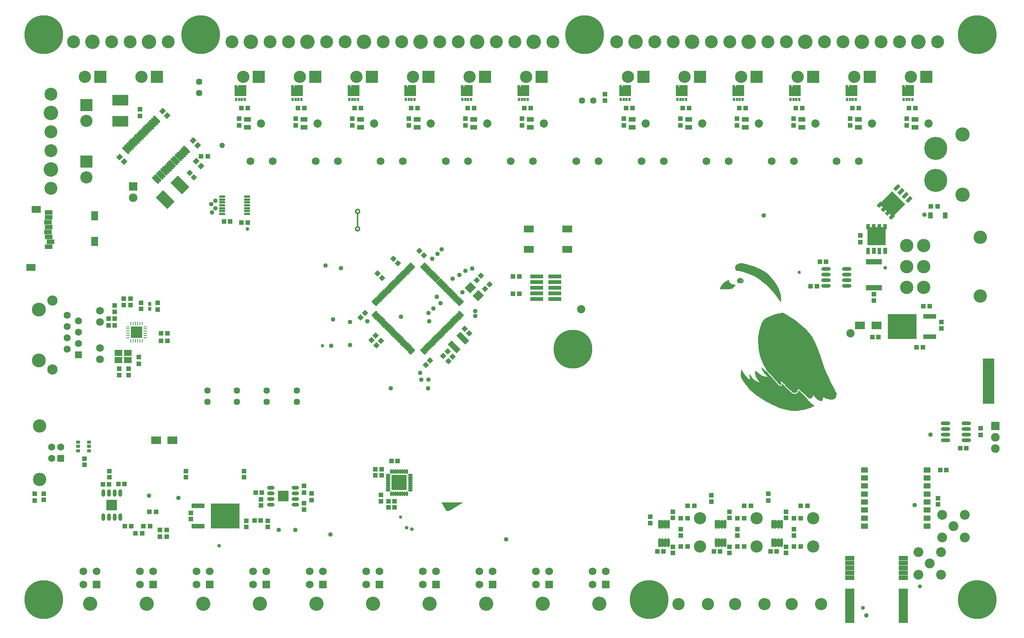
<source format=gbr>
%TF.GenerationSoftware,Altium Limited,Altium Designer,22.3.1 (43)*%
G04 Layer_Color=8388736*
%FSLAX26Y26*%
%MOIN*%
%TF.SameCoordinates,8280E445-5C4D-48E8-A53F-9B01841AA427*%
%TF.FilePolarity,Negative*%
%TF.FileFunction,Soldermask,Top*%
%TF.Part,Single*%
G01*
G75*
%TA.AperFunction,SMDPad,CuDef*%
%ADD52R,0.059055X0.051181*%
%ADD56R,0.100394X0.100394*%
G04:AMPARAMS|DCode=57|XSize=9.546mil|YSize=31.248mil|CornerRadius=4.773mil|HoleSize=0mil|Usage=FLASHONLY|Rotation=0.000|XOffset=0mil|YOffset=0mil|HoleType=Round|Shape=RoundedRectangle|*
%AMROUNDEDRECTD57*
21,1,0.009546,0.021702,0,0,0.0*
21,1,0.000000,0.031248,0,0,0.0*
1,1,0.009546,0.000000,-0.010851*
1,1,0.009546,0.000000,-0.010851*
1,1,0.009546,0.000000,0.010851*
1,1,0.009546,0.000000,0.010851*
%
%ADD57ROUNDEDRECTD57*%
G04:AMPARAMS|DCode=58|XSize=31.248mil|YSize=9.546mil|CornerRadius=4.773mil|HoleSize=0mil|Usage=FLASHONLY|Rotation=0.000|XOffset=0mil|YOffset=0mil|HoleType=Round|Shape=RoundedRectangle|*
%AMROUNDEDRECTD58*
21,1,0.031248,0.000000,0,0,0.0*
21,1,0.021702,0.009546,0,0,0.0*
1,1,0.009546,0.010851,0.000000*
1,1,0.009546,-0.010851,0.000000*
1,1,0.009546,-0.010851,0.000000*
1,1,0.009546,0.010851,0.000000*
%
%ADD58ROUNDEDRECTD58*%
%ADD59R,0.031248X0.009546*%
%TA.AperFunction,ViaPad*%
%ADD100C,0.032000*%
%ADD103C,0.040000*%
%TA.AperFunction,NonConductor*%
%ADD128R,0.100000X0.400000*%
%TA.AperFunction,SMDPad,CuDef*%
%ADD129R,0.039496X0.043433*%
%ADD133R,0.041465X0.039496*%
%ADD134R,0.043433X0.039496*%
%ADD139R,0.039496X0.041465*%
G04:AMPARAMS|DCode=150|XSize=143.827mil|YSize=92.646mil|CornerRadius=0mil|HoleSize=0mil|Usage=FLASHONLY|Rotation=315.000|XOffset=0mil|YOffset=0mil|HoleType=Round|Shape=Rectangle|*
%AMROTATEDRECTD150*
4,1,4,-0.083606,0.018095,-0.018095,0.083606,0.083606,-0.018095,0.018095,-0.083606,-0.083606,0.018095,0.0*
%
%ADD150ROTATEDRECTD150*%

%TA.AperFunction,ComponentPad*%
%ADD151C,0.040000*%
%ADD152C,0.118236*%
%ADD153C,0.063118*%
%ADD154R,0.063118X0.063118*%
%ADD155C,0.342646*%
%ADD156C,0.086740*%
%ADD157C,0.118000*%
%ADD158C,0.073000*%
%ADD159C,0.108000*%
%ADD160C,0.076898*%
%ADD161R,0.076898X0.076898*%
%ADD162R,0.108000X0.108000*%
%ADD163C,0.128079*%
%ADD164C,0.114299*%
%ADD165C,0.068000*%
%ADD166C,0.126110*%
%ADD167C,0.204850*%
%ADD168R,0.068000X0.068000*%
%ADD169R,0.108000X0.108000*%
%ADD170C,0.057213*%
%ADD171C,0.069024*%
%ADD172C,0.090677*%
%ADD173C,0.122764*%
%TA.AperFunction,ViaPad*%
%ADD174C,0.030000*%
%ADD175C,0.048000*%
%ADD176C,0.036000*%
%TA.AperFunction,SMDPad,CuDef*%
%ADD191R,0.091000X0.063000*%
G04:AMPARAMS|DCode=192|XSize=41.465mil|YSize=39.496mil|CornerRadius=0mil|HoleSize=0mil|Usage=FLASHONLY|Rotation=45.000|XOffset=0mil|YOffset=0mil|HoleType=Round|Shape=Rectangle|*
%AMROTATEDRECTD192*
4,1,4,-0.000696,-0.028624,-0.028624,-0.000696,0.000696,0.028624,0.028624,0.000696,-0.000696,-0.028624,0.0*
%
%ADD192ROTATEDRECTD192*%

G04:AMPARAMS|DCode=193|XSize=41.465mil|YSize=39.496mil|CornerRadius=0mil|HoleSize=0mil|Usage=FLASHONLY|Rotation=315.000|XOffset=0mil|YOffset=0mil|HoleType=Round|Shape=Rectangle|*
%AMROTATEDRECTD193*
4,1,4,-0.028624,0.000696,-0.000696,0.028624,0.028624,-0.000696,0.000696,-0.028624,-0.028624,0.000696,0.0*
%
%ADD193ROTATEDRECTD193*%

G04:AMPARAMS|DCode=194|XSize=19.811mil|YSize=63.118mil|CornerRadius=0mil|HoleSize=0mil|Usage=FLASHONLY|Rotation=315.000|XOffset=0mil|YOffset=0mil|HoleType=Round|Shape=Round|*
%AMOVALD194*
21,1,0.043307,0.019811,0.000000,0.000000,45.0*
1,1,0.019811,-0.015311,-0.015311*
1,1,0.019811,0.015311,0.015311*
%
%ADD194OVALD194*%

G04:AMPARAMS|DCode=195|XSize=19.811mil|YSize=63.118mil|CornerRadius=0mil|HoleSize=0mil|Usage=FLASHONLY|Rotation=225.000|XOffset=0mil|YOffset=0mil|HoleType=Round|Shape=Round|*
%AMOVALD195*
21,1,0.043307,0.019811,0.000000,0.000000,315.0*
1,1,0.019811,-0.015311,0.015311*
1,1,0.019811,0.015311,-0.015311*
%
%ADD195OVALD195*%

G04:AMPARAMS|DCode=196|XSize=72.961mil|YSize=69.024mil|CornerRadius=0mil|HoleSize=0mil|Usage=FLASHONLY|Rotation=45.000|XOffset=0mil|YOffset=0mil|HoleType=Round|Shape=Rectangle|*
%AMROTATEDRECTD196*
4,1,4,-0.001392,-0.050199,-0.050199,-0.001392,0.001392,0.050199,0.050199,0.001392,-0.001392,-0.050199,0.0*
%
%ADD196ROTATEDRECTD196*%

G04:AMPARAMS|DCode=197|XSize=110.362mil|YSize=51.307mil|CornerRadius=0mil|HoleSize=0mil|Usage=FLASHONLY|Rotation=135.000|XOffset=0mil|YOffset=0mil|HoleType=Round|Shape=Rectangle|*
%AMROTATEDRECTD197*
4,1,4,0.057159,-0.020879,0.020879,-0.057159,-0.057159,0.020879,-0.020879,0.057159,0.057159,-0.020879,0.0*
%
%ADD197ROTATEDRECTD197*%

%ADD198R,0.037528X0.029654*%
%ADD199R,0.117843X0.037134*%
%ADD200R,0.133984X0.133984*%
%ADD201O,0.041465X0.017843*%
%ADD202O,0.017843X0.041465*%
%ADD203R,0.021260X0.030315*%
%ADD204R,0.032000X0.058000*%
%ADD205R,0.162000X0.158000*%
G04:AMPARAMS|DCode=206|XSize=158mil|YSize=162mil|CornerRadius=0mil|HoleSize=0mil|Usage=FLASHONLY|Rotation=225.000|XOffset=0mil|YOffset=0mil|HoleType=Round|Shape=Rectangle|*
%AMROTATEDRECTD206*
4,1,4,-0.001414,0.113137,0.113137,-0.001414,0.001414,-0.113137,-0.113137,0.001414,-0.001414,0.113137,0.0*
%
%ADD206ROTATEDRECTD206*%

G04:AMPARAMS|DCode=207|XSize=58mil|YSize=32mil|CornerRadius=0mil|HoleSize=0mil|Usage=FLASHONLY|Rotation=225.000|XOffset=0mil|YOffset=0mil|HoleType=Round|Shape=Rectangle|*
%AMROTATEDRECTD207*
4,1,4,0.009192,0.031820,0.031820,0.009192,-0.009192,-0.031820,-0.031820,-0.009192,0.009192,0.031820,0.0*
%
%ADD207ROTATEDRECTD207*%

%ADD208R,0.139890X0.051307*%
%ADD209R,0.090677X0.065087*%
%ADD210R,0.116268X0.043433*%
%ADD211R,0.256031X0.224535*%
%ADD212R,0.043827X0.056032*%
G04:AMPARAMS|DCode=213|XSize=23.748mil|YSize=82.803mil|CornerRadius=0mil|HoleSize=0mil|Usage=FLASHONLY|Rotation=225.000|XOffset=0mil|YOffset=0mil|HoleType=Round|Shape=Round|*
%AMOVALD213*
21,1,0.059055,0.023748,0.000000,0.000000,315.0*
1,1,0.023748,-0.020879,0.020879*
1,1,0.023748,0.020879,-0.020879*
%
%ADD213OVALD213*%

%ADD214O,0.082803X0.031622*%
%ADD215O,0.031622X0.065087*%
%ADD216R,0.098157X0.098157*%
%ADD217O,0.025716X0.078866*%
%ADD218R,0.063118X0.041465*%
%ADD219R,0.143827X0.092646*%
G04:AMPARAMS|DCode=220|XSize=43.433mil|YSize=39.496mil|CornerRadius=0mil|HoleSize=0mil|Usage=FLASHONLY|Rotation=225.000|XOffset=0mil|YOffset=0mil|HoleType=Round|Shape=Rectangle|*
%AMROTATEDRECTD220*
4,1,4,0.001392,0.029320,0.029320,0.001392,-0.001392,-0.029320,-0.029320,-0.001392,0.001392,0.029320,0.0*
%
%ADD220ROTATEDRECTD220*%

%ADD221O,0.057213X0.021779*%
%ADD222R,0.098157X0.098157*%
%ADD223O,0.065087X0.031622*%
%ADD224R,0.067055X0.055244*%
%ADD225R,0.082803X0.063118*%
%ADD226R,0.063118X0.078866*%
%ADD227R,0.067055X0.039496*%
%ADD228R,0.027685X0.035559*%
G36*
X8937047Y5803124D02*
X8937468Y5803023D01*
X8937869Y5802857D01*
X8938239Y5802630D01*
X8938569Y5802348D01*
X8938851Y5802019D01*
X8939077Y5801649D01*
X8939243Y5801248D01*
X8939344Y5800826D01*
X8939379Y5800394D01*
Y5709449D01*
X8939344Y5709016D01*
X8939243Y5708595D01*
X8939077Y5708194D01*
X8938851Y5707824D01*
X8938569Y5707494D01*
X8938239Y5707212D01*
X8937869Y5706986D01*
X8937468Y5706820D01*
X8937047Y5706718D01*
X8936614Y5706684D01*
X8840157D01*
X8839725Y5706718D01*
X8839303Y5706820D01*
X8838903Y5706986D01*
X8838533Y5707212D01*
X8838203Y5707494D01*
X8837921Y5707824D01*
X8837694Y5708194D01*
X8837528Y5708595D01*
X8837427Y5709016D01*
X8837393Y5709449D01*
Y5800394D01*
X8837427Y5800826D01*
X8837528Y5801248D01*
X8837694Y5801649D01*
X8837921Y5802019D01*
X8838203Y5802348D01*
X8838533Y5802630D01*
X8838903Y5802857D01*
X8839303Y5803023D01*
X8839725Y5803124D01*
X8840157Y5803158D01*
X8857874D01*
X8858306Y5803124D01*
X8858728Y5803023D01*
X8859129Y5802857D01*
X8859499Y5802630D01*
X8859829Y5802348D01*
X8860110Y5802019D01*
X8860337Y5801649D01*
X8860503Y5801248D01*
X8860604Y5800826D01*
X8860638Y5800394D01*
Y5787016D01*
X8864952D01*
Y5800394D01*
X8864986Y5800826D01*
X8865087Y5801248D01*
X8865253Y5801649D01*
X8865480Y5802019D01*
X8865762Y5802348D01*
X8866092Y5802630D01*
X8866461Y5802857D01*
X8866862Y5803023D01*
X8867284Y5803124D01*
X8867717Y5803158D01*
X8883465D01*
X8883897Y5803124D01*
X8884319Y5803023D01*
X8884719Y5802857D01*
X8885089Y5802630D01*
X8885419Y5802348D01*
X8885701Y5802019D01*
X8885928Y5801649D01*
X8886094Y5801248D01*
X8886195Y5800826D01*
X8886229Y5800394D01*
Y5787016D01*
X8890543D01*
Y5800394D01*
X8890577Y5800826D01*
X8890678Y5801248D01*
X8890844Y5801649D01*
X8891071Y5802019D01*
X8891352Y5802348D01*
X8891682Y5802630D01*
X8892052Y5802857D01*
X8892453Y5803023D01*
X8892875Y5803124D01*
X8893307Y5803158D01*
X8909055D01*
X8909487Y5803124D01*
X8909909Y5803023D01*
X8910310Y5802857D01*
X8910680Y5802630D01*
X8911010Y5802348D01*
X8911291Y5802019D01*
X8911518Y5801649D01*
X8911684Y5801248D01*
X8911785Y5800826D01*
X8911819Y5800394D01*
Y5787016D01*
X8916133D01*
Y5800394D01*
X8916167Y5800826D01*
X8916269Y5801248D01*
X8916434Y5801649D01*
X8916661Y5802019D01*
X8916943Y5802348D01*
X8917273Y5802630D01*
X8917643Y5802857D01*
X8918043Y5803023D01*
X8918465Y5803124D01*
X8918898Y5803158D01*
X8936614D01*
X8937047Y5803124D01*
D02*
G37*
G36*
X8437047D02*
X8437468Y5803023D01*
X8437869Y5802857D01*
X8438239Y5802630D01*
X8438569Y5802348D01*
X8438851Y5802019D01*
X8439077Y5801649D01*
X8439243Y5801248D01*
X8439344Y5800826D01*
X8439379Y5800394D01*
Y5709449D01*
X8439344Y5709016D01*
X8439243Y5708595D01*
X8439077Y5708194D01*
X8438851Y5707824D01*
X8438569Y5707494D01*
X8438239Y5707212D01*
X8437869Y5706986D01*
X8437468Y5706820D01*
X8437047Y5706718D01*
X8436614Y5706684D01*
X8340157D01*
X8339725Y5706718D01*
X8339303Y5706820D01*
X8338903Y5706986D01*
X8338533Y5707212D01*
X8338203Y5707494D01*
X8337921Y5707824D01*
X8337694Y5708194D01*
X8337528Y5708595D01*
X8337427Y5709016D01*
X8337393Y5709449D01*
Y5800394D01*
X8337427Y5800826D01*
X8337528Y5801248D01*
X8337694Y5801649D01*
X8337921Y5802019D01*
X8338203Y5802348D01*
X8338533Y5802630D01*
X8338903Y5802857D01*
X8339303Y5803023D01*
X8339725Y5803124D01*
X8340157Y5803158D01*
X8357874D01*
X8358306Y5803124D01*
X8358728Y5803023D01*
X8359129Y5802857D01*
X8359499Y5802630D01*
X8359829Y5802348D01*
X8360110Y5802019D01*
X8360337Y5801649D01*
X8360503Y5801248D01*
X8360604Y5800826D01*
X8360638Y5800394D01*
Y5787016D01*
X8364952D01*
Y5800394D01*
X8364986Y5800826D01*
X8365087Y5801248D01*
X8365253Y5801649D01*
X8365480Y5802019D01*
X8365762Y5802348D01*
X8366092Y5802630D01*
X8366461Y5802857D01*
X8366862Y5803023D01*
X8367284Y5803124D01*
X8367717Y5803158D01*
X8383465D01*
X8383897Y5803124D01*
X8384319Y5803023D01*
X8384719Y5802857D01*
X8385089Y5802630D01*
X8385419Y5802348D01*
X8385701Y5802019D01*
X8385928Y5801649D01*
X8386094Y5801248D01*
X8386195Y5800826D01*
X8386229Y5800394D01*
Y5787016D01*
X8390543D01*
Y5800394D01*
X8390577Y5800826D01*
X8390678Y5801248D01*
X8390844Y5801649D01*
X8391071Y5802019D01*
X8391352Y5802348D01*
X8391682Y5802630D01*
X8392052Y5802857D01*
X8392453Y5803023D01*
X8392875Y5803124D01*
X8393307Y5803158D01*
X8409055D01*
X8409487Y5803124D01*
X8409909Y5803023D01*
X8410310Y5802857D01*
X8410680Y5802630D01*
X8411010Y5802348D01*
X8411291Y5802019D01*
X8411518Y5801649D01*
X8411684Y5801248D01*
X8411785Y5800826D01*
X8411819Y5800394D01*
Y5787016D01*
X8416133D01*
Y5800394D01*
X8416167Y5800826D01*
X8416269Y5801248D01*
X8416434Y5801649D01*
X8416661Y5802019D01*
X8416943Y5802348D01*
X8417273Y5802630D01*
X8417643Y5802857D01*
X8418043Y5803023D01*
X8418465Y5803124D01*
X8418898Y5803158D01*
X8436614D01*
X8437047Y5803124D01*
D02*
G37*
G36*
X7937047D02*
X7937468Y5803023D01*
X7937869Y5802857D01*
X7938239Y5802630D01*
X7938569Y5802348D01*
X7938850Y5802019D01*
X7939077Y5801649D01*
X7939243Y5801248D01*
X7939345Y5800826D01*
X7939378Y5800394D01*
Y5709449D01*
X7939345Y5709016D01*
X7939243Y5708595D01*
X7939077Y5708194D01*
X7938850Y5707824D01*
X7938569Y5707494D01*
X7938239Y5707212D01*
X7937869Y5706986D01*
X7937468Y5706820D01*
X7937047Y5706718D01*
X7936614Y5706684D01*
X7840158D01*
X7839725Y5706718D01*
X7839303Y5706820D01*
X7838903Y5706986D01*
X7838533Y5707212D01*
X7838203Y5707494D01*
X7837921Y5707824D01*
X7837694Y5708194D01*
X7837528Y5708595D01*
X7837427Y5709016D01*
X7837393Y5709449D01*
Y5800394D01*
X7837427Y5800826D01*
X7837528Y5801248D01*
X7837694Y5801649D01*
X7837921Y5802019D01*
X7838203Y5802348D01*
X7838533Y5802630D01*
X7838903Y5802857D01*
X7839303Y5803023D01*
X7839725Y5803124D01*
X7840158Y5803158D01*
X7857874D01*
X7858306Y5803124D01*
X7858728Y5803023D01*
X7859129Y5802857D01*
X7859499Y5802630D01*
X7859829Y5802348D01*
X7860110Y5802019D01*
X7860337Y5801649D01*
X7860503Y5801248D01*
X7860604Y5800826D01*
X7860638Y5800394D01*
Y5787016D01*
X7864952D01*
Y5800394D01*
X7864986Y5800826D01*
X7865087Y5801248D01*
X7865253Y5801649D01*
X7865480Y5802019D01*
X7865762Y5802348D01*
X7866092Y5802630D01*
X7866462Y5802857D01*
X7866862Y5803023D01*
X7867284Y5803124D01*
X7867717Y5803158D01*
X7883465D01*
X7883897Y5803124D01*
X7884319Y5803023D01*
X7884720Y5802857D01*
X7885089Y5802630D01*
X7885419Y5802348D01*
X7885701Y5802019D01*
X7885928Y5801649D01*
X7886094Y5801248D01*
X7886195Y5800826D01*
X7886229Y5800394D01*
Y5787016D01*
X7890543D01*
Y5800394D01*
X7890577Y5800826D01*
X7890678Y5801248D01*
X7890844Y5801649D01*
X7891071Y5802019D01*
X7891352Y5802348D01*
X7891682Y5802630D01*
X7892052Y5802857D01*
X7892453Y5803023D01*
X7892875Y5803124D01*
X7893307Y5803158D01*
X7909055D01*
X7909488Y5803124D01*
X7909909Y5803023D01*
X7910310Y5802857D01*
X7910680Y5802630D01*
X7911010Y5802348D01*
X7911292Y5802019D01*
X7911518Y5801649D01*
X7911684Y5801248D01*
X7911785Y5800826D01*
X7911819Y5800394D01*
Y5787016D01*
X7916133D01*
Y5800394D01*
X7916167Y5800826D01*
X7916269Y5801248D01*
X7916435Y5801649D01*
X7916661Y5802019D01*
X7916943Y5802348D01*
X7917273Y5802630D01*
X7917643Y5802857D01*
X7918043Y5803023D01*
X7918465Y5803124D01*
X7918898Y5803158D01*
X7936614D01*
X7937047Y5803124D01*
D02*
G37*
G36*
X7437047D02*
X7437468Y5803023D01*
X7437869Y5802857D01*
X7438239Y5802630D01*
X7438569Y5802348D01*
X7438850Y5802019D01*
X7439077Y5801649D01*
X7439243Y5801248D01*
X7439345Y5800826D01*
X7439378Y5800394D01*
Y5709449D01*
X7439345Y5709016D01*
X7439243Y5708595D01*
X7439077Y5708194D01*
X7438850Y5707824D01*
X7438569Y5707494D01*
X7438239Y5707212D01*
X7437869Y5706986D01*
X7437468Y5706820D01*
X7437047Y5706718D01*
X7436614Y5706684D01*
X7340158D01*
X7339725Y5706718D01*
X7339303Y5706820D01*
X7338903Y5706986D01*
X7338533Y5707212D01*
X7338203Y5707494D01*
X7337921Y5707824D01*
X7337694Y5708194D01*
X7337528Y5708595D01*
X7337427Y5709016D01*
X7337393Y5709449D01*
Y5800394D01*
X7337427Y5800826D01*
X7337528Y5801248D01*
X7337694Y5801649D01*
X7337921Y5802019D01*
X7338203Y5802348D01*
X7338533Y5802630D01*
X7338903Y5802857D01*
X7339303Y5803023D01*
X7339725Y5803124D01*
X7340158Y5803158D01*
X7357874D01*
X7358306Y5803124D01*
X7358728Y5803023D01*
X7359129Y5802857D01*
X7359499Y5802630D01*
X7359829Y5802348D01*
X7360110Y5802019D01*
X7360337Y5801649D01*
X7360503Y5801248D01*
X7360604Y5800826D01*
X7360638Y5800394D01*
Y5787016D01*
X7364952D01*
Y5800394D01*
X7364986Y5800826D01*
X7365087Y5801248D01*
X7365253Y5801649D01*
X7365480Y5802019D01*
X7365762Y5802348D01*
X7366092Y5802630D01*
X7366462Y5802857D01*
X7366862Y5803023D01*
X7367284Y5803124D01*
X7367717Y5803158D01*
X7383465D01*
X7383897Y5803124D01*
X7384319Y5803023D01*
X7384720Y5802857D01*
X7385089Y5802630D01*
X7385419Y5802348D01*
X7385701Y5802019D01*
X7385928Y5801649D01*
X7386094Y5801248D01*
X7386195Y5800826D01*
X7386229Y5800394D01*
Y5787016D01*
X7390543D01*
Y5800394D01*
X7390577Y5800826D01*
X7390678Y5801248D01*
X7390844Y5801649D01*
X7391071Y5802019D01*
X7391352Y5802348D01*
X7391682Y5802630D01*
X7392052Y5802857D01*
X7392453Y5803023D01*
X7392875Y5803124D01*
X7393307Y5803158D01*
X7409055D01*
X7409488Y5803124D01*
X7409909Y5803023D01*
X7410310Y5802857D01*
X7410680Y5802630D01*
X7411010Y5802348D01*
X7411292Y5802019D01*
X7411518Y5801649D01*
X7411684Y5801248D01*
X7411785Y5800826D01*
X7411819Y5800394D01*
Y5787016D01*
X7416133D01*
Y5800394D01*
X7416167Y5800826D01*
X7416269Y5801248D01*
X7416435Y5801649D01*
X7416661Y5802019D01*
X7416943Y5802348D01*
X7417273Y5802630D01*
X7417643Y5802857D01*
X7418043Y5803023D01*
X7418465Y5803124D01*
X7418898Y5803158D01*
X7436614D01*
X7437047Y5803124D01*
D02*
G37*
G36*
X6937047D02*
X6937468Y5803023D01*
X6937869Y5802857D01*
X6938239Y5802630D01*
X6938569Y5802348D01*
X6938850Y5802019D01*
X6939077Y5801649D01*
X6939243Y5801248D01*
X6939345Y5800826D01*
X6939378Y5800394D01*
Y5709449D01*
X6939345Y5709016D01*
X6939243Y5708595D01*
X6939077Y5708194D01*
X6938850Y5707824D01*
X6938569Y5707494D01*
X6938239Y5707212D01*
X6937869Y5706986D01*
X6937468Y5706820D01*
X6937047Y5706718D01*
X6936614Y5706684D01*
X6840158D01*
X6839725Y5706718D01*
X6839303Y5706820D01*
X6838903Y5706986D01*
X6838533Y5707212D01*
X6838203Y5707494D01*
X6837921Y5707824D01*
X6837694Y5708194D01*
X6837528Y5708595D01*
X6837427Y5709016D01*
X6837393Y5709449D01*
Y5800394D01*
X6837427Y5800826D01*
X6837528Y5801248D01*
X6837694Y5801649D01*
X6837921Y5802019D01*
X6838203Y5802348D01*
X6838533Y5802630D01*
X6838903Y5802857D01*
X6839303Y5803023D01*
X6839725Y5803124D01*
X6840158Y5803158D01*
X6857874D01*
X6858306Y5803124D01*
X6858728Y5803023D01*
X6859129Y5802857D01*
X6859499Y5802630D01*
X6859829Y5802348D01*
X6860110Y5802019D01*
X6860337Y5801649D01*
X6860503Y5801248D01*
X6860604Y5800826D01*
X6860638Y5800394D01*
Y5787016D01*
X6864952D01*
Y5800394D01*
X6864986Y5800826D01*
X6865087Y5801248D01*
X6865253Y5801649D01*
X6865480Y5802019D01*
X6865762Y5802348D01*
X6866092Y5802630D01*
X6866462Y5802857D01*
X6866862Y5803023D01*
X6867284Y5803124D01*
X6867717Y5803158D01*
X6883465D01*
X6883897Y5803124D01*
X6884319Y5803023D01*
X6884720Y5802857D01*
X6885089Y5802630D01*
X6885419Y5802348D01*
X6885701Y5802019D01*
X6885928Y5801649D01*
X6886094Y5801248D01*
X6886195Y5800826D01*
X6886229Y5800394D01*
Y5787016D01*
X6890543D01*
Y5800394D01*
X6890577Y5800826D01*
X6890678Y5801248D01*
X6890844Y5801649D01*
X6891071Y5802019D01*
X6891352Y5802348D01*
X6891682Y5802630D01*
X6892052Y5802857D01*
X6892453Y5803023D01*
X6892875Y5803124D01*
X6893307Y5803158D01*
X6909055D01*
X6909488Y5803124D01*
X6909909Y5803023D01*
X6910310Y5802857D01*
X6910680Y5802630D01*
X6911010Y5802348D01*
X6911292Y5802019D01*
X6911518Y5801649D01*
X6911684Y5801248D01*
X6911785Y5800826D01*
X6911819Y5800394D01*
Y5787016D01*
X6916133D01*
Y5800394D01*
X6916167Y5800826D01*
X6916269Y5801248D01*
X6916435Y5801649D01*
X6916661Y5802019D01*
X6916943Y5802348D01*
X6917273Y5802630D01*
X6917643Y5802857D01*
X6918043Y5803023D01*
X6918465Y5803124D01*
X6918898Y5803158D01*
X6936614D01*
X6937047Y5803124D01*
D02*
G37*
G36*
X6437047D02*
X6437468Y5803023D01*
X6437869Y5802857D01*
X6438239Y5802630D01*
X6438569Y5802348D01*
X6438850Y5802019D01*
X6439077Y5801649D01*
X6439243Y5801248D01*
X6439345Y5800826D01*
X6439378Y5800394D01*
Y5709449D01*
X6439345Y5709016D01*
X6439243Y5708595D01*
X6439077Y5708194D01*
X6438850Y5707824D01*
X6438569Y5707494D01*
X6438239Y5707212D01*
X6437869Y5706986D01*
X6437468Y5706820D01*
X6437047Y5706718D01*
X6436614Y5706684D01*
X6340158D01*
X6339725Y5706718D01*
X6339303Y5706820D01*
X6338903Y5706986D01*
X6338533Y5707212D01*
X6338203Y5707494D01*
X6337921Y5707824D01*
X6337694Y5708194D01*
X6337528Y5708595D01*
X6337427Y5709016D01*
X6337393Y5709449D01*
Y5800394D01*
X6337427Y5800826D01*
X6337528Y5801248D01*
X6337694Y5801649D01*
X6337921Y5802019D01*
X6338203Y5802348D01*
X6338533Y5802630D01*
X6338903Y5802857D01*
X6339303Y5803023D01*
X6339725Y5803124D01*
X6340158Y5803158D01*
X6357874D01*
X6358306Y5803124D01*
X6358728Y5803023D01*
X6359129Y5802857D01*
X6359499Y5802630D01*
X6359829Y5802348D01*
X6360110Y5802019D01*
X6360337Y5801649D01*
X6360503Y5801248D01*
X6360604Y5800826D01*
X6360638Y5800394D01*
Y5787016D01*
X6364952D01*
Y5800394D01*
X6364986Y5800826D01*
X6365087Y5801248D01*
X6365253Y5801649D01*
X6365480Y5802019D01*
X6365762Y5802348D01*
X6366092Y5802630D01*
X6366462Y5802857D01*
X6366862Y5803023D01*
X6367284Y5803124D01*
X6367717Y5803158D01*
X6383465D01*
X6383897Y5803124D01*
X6384319Y5803023D01*
X6384720Y5802857D01*
X6385089Y5802630D01*
X6385419Y5802348D01*
X6385701Y5802019D01*
X6385928Y5801649D01*
X6386094Y5801248D01*
X6386195Y5800826D01*
X6386229Y5800394D01*
Y5787016D01*
X6390543D01*
Y5800394D01*
X6390577Y5800826D01*
X6390678Y5801248D01*
X6390844Y5801649D01*
X6391071Y5802019D01*
X6391352Y5802348D01*
X6391682Y5802630D01*
X6392052Y5802857D01*
X6392453Y5803023D01*
X6392875Y5803124D01*
X6393307Y5803158D01*
X6409055D01*
X6409488Y5803124D01*
X6409909Y5803023D01*
X6410310Y5802857D01*
X6410680Y5802630D01*
X6411010Y5802348D01*
X6411292Y5802019D01*
X6411518Y5801649D01*
X6411684Y5801248D01*
X6411785Y5800826D01*
X6411819Y5800394D01*
Y5787016D01*
X6416133D01*
Y5800394D01*
X6416167Y5800826D01*
X6416269Y5801248D01*
X6416435Y5801649D01*
X6416661Y5802019D01*
X6416943Y5802348D01*
X6417273Y5802630D01*
X6417643Y5802857D01*
X6418043Y5803023D01*
X6418465Y5803124D01*
X6418898Y5803158D01*
X6436614D01*
X6437047Y5803124D01*
D02*
G37*
G36*
X5537047D02*
X5537468Y5803023D01*
X5537869Y5802857D01*
X5538239Y5802630D01*
X5538569Y5802348D01*
X5538850Y5802019D01*
X5539077Y5801649D01*
X5539243Y5801248D01*
X5539345Y5800826D01*
X5539378Y5800394D01*
Y5709449D01*
X5539345Y5709016D01*
X5539243Y5708595D01*
X5539077Y5708194D01*
X5538850Y5707824D01*
X5538569Y5707494D01*
X5538239Y5707212D01*
X5537869Y5706986D01*
X5537468Y5706820D01*
X5537047Y5706718D01*
X5536614Y5706684D01*
X5440158D01*
X5439725Y5706718D01*
X5439303Y5706820D01*
X5438903Y5706986D01*
X5438533Y5707212D01*
X5438203Y5707494D01*
X5437921Y5707824D01*
X5437694Y5708194D01*
X5437528Y5708595D01*
X5437427Y5709016D01*
X5437393Y5709449D01*
Y5800394D01*
X5437427Y5800826D01*
X5437528Y5801248D01*
X5437694Y5801649D01*
X5437921Y5802019D01*
X5438203Y5802348D01*
X5438533Y5802630D01*
X5438903Y5802857D01*
X5439303Y5803023D01*
X5439725Y5803124D01*
X5440158Y5803158D01*
X5457874D01*
X5458306Y5803124D01*
X5458728Y5803023D01*
X5459129Y5802857D01*
X5459499Y5802630D01*
X5459829Y5802348D01*
X5460110Y5802019D01*
X5460337Y5801649D01*
X5460503Y5801248D01*
X5460604Y5800826D01*
X5460638Y5800394D01*
Y5787016D01*
X5464952D01*
Y5800394D01*
X5464986Y5800826D01*
X5465087Y5801248D01*
X5465253Y5801649D01*
X5465480Y5802019D01*
X5465762Y5802348D01*
X5466092Y5802630D01*
X5466462Y5802857D01*
X5466862Y5803023D01*
X5467284Y5803124D01*
X5467717Y5803158D01*
X5483465D01*
X5483897Y5803124D01*
X5484319Y5803023D01*
X5484720Y5802857D01*
X5485089Y5802630D01*
X5485419Y5802348D01*
X5485701Y5802019D01*
X5485928Y5801649D01*
X5486094Y5801248D01*
X5486195Y5800826D01*
X5486229Y5800394D01*
Y5787016D01*
X5490543D01*
Y5800394D01*
X5490577Y5800826D01*
X5490678Y5801248D01*
X5490844Y5801649D01*
X5491071Y5802019D01*
X5491352Y5802348D01*
X5491682Y5802630D01*
X5492052Y5802857D01*
X5492453Y5803023D01*
X5492875Y5803124D01*
X5493307Y5803158D01*
X5509055D01*
X5509488Y5803124D01*
X5509909Y5803023D01*
X5510310Y5802857D01*
X5510680Y5802630D01*
X5511010Y5802348D01*
X5511292Y5802019D01*
X5511518Y5801649D01*
X5511684Y5801248D01*
X5511785Y5800826D01*
X5511819Y5800394D01*
Y5787016D01*
X5516133D01*
Y5800394D01*
X5516167Y5800826D01*
X5516269Y5801248D01*
X5516435Y5801649D01*
X5516661Y5802019D01*
X5516943Y5802348D01*
X5517273Y5802630D01*
X5517643Y5802857D01*
X5518043Y5803023D01*
X5518465Y5803124D01*
X5518898Y5803158D01*
X5536614D01*
X5537047Y5803124D01*
D02*
G37*
G36*
X5037047D02*
X5037468Y5803023D01*
X5037869Y5802857D01*
X5038239Y5802630D01*
X5038569Y5802348D01*
X5038850Y5802019D01*
X5039077Y5801649D01*
X5039243Y5801248D01*
X5039345Y5800826D01*
X5039378Y5800394D01*
Y5709449D01*
X5039345Y5709016D01*
X5039243Y5708595D01*
X5039077Y5708194D01*
X5038850Y5707824D01*
X5038569Y5707494D01*
X5038239Y5707212D01*
X5037869Y5706986D01*
X5037468Y5706820D01*
X5037047Y5706718D01*
X5036614Y5706684D01*
X4940158D01*
X4939725Y5706718D01*
X4939303Y5706820D01*
X4938903Y5706986D01*
X4938533Y5707212D01*
X4938203Y5707494D01*
X4937921Y5707824D01*
X4937694Y5708194D01*
X4937528Y5708595D01*
X4937427Y5709016D01*
X4937393Y5709449D01*
Y5800394D01*
X4937427Y5800826D01*
X4937528Y5801248D01*
X4937694Y5801649D01*
X4937921Y5802019D01*
X4938203Y5802348D01*
X4938533Y5802630D01*
X4938903Y5802857D01*
X4939303Y5803023D01*
X4939725Y5803124D01*
X4940158Y5803158D01*
X4957874D01*
X4958306Y5803124D01*
X4958728Y5803023D01*
X4959129Y5802857D01*
X4959499Y5802630D01*
X4959829Y5802348D01*
X4960110Y5802019D01*
X4960337Y5801649D01*
X4960503Y5801248D01*
X4960604Y5800826D01*
X4960638Y5800394D01*
Y5787016D01*
X4964952D01*
Y5800394D01*
X4964986Y5800826D01*
X4965087Y5801248D01*
X4965253Y5801649D01*
X4965480Y5802019D01*
X4965762Y5802348D01*
X4966092Y5802630D01*
X4966462Y5802857D01*
X4966862Y5803023D01*
X4967284Y5803124D01*
X4967717Y5803158D01*
X4983465D01*
X4983897Y5803124D01*
X4984319Y5803023D01*
X4984720Y5802857D01*
X4985089Y5802630D01*
X4985419Y5802348D01*
X4985701Y5802019D01*
X4985928Y5801649D01*
X4986094Y5801248D01*
X4986195Y5800826D01*
X4986229Y5800394D01*
Y5787016D01*
X4990543D01*
Y5800394D01*
X4990577Y5800826D01*
X4990678Y5801248D01*
X4990844Y5801649D01*
X4991071Y5802019D01*
X4991352Y5802348D01*
X4991682Y5802630D01*
X4992052Y5802857D01*
X4992453Y5803023D01*
X4992875Y5803124D01*
X4993307Y5803158D01*
X5009055D01*
X5009488Y5803124D01*
X5009909Y5803023D01*
X5010310Y5802857D01*
X5010680Y5802630D01*
X5011010Y5802348D01*
X5011292Y5802019D01*
X5011518Y5801649D01*
X5011684Y5801248D01*
X5011785Y5800826D01*
X5011819Y5800394D01*
Y5787016D01*
X5016133D01*
Y5800394D01*
X5016167Y5800826D01*
X5016269Y5801248D01*
X5016435Y5801649D01*
X5016661Y5802019D01*
X5016943Y5802348D01*
X5017273Y5802630D01*
X5017643Y5802857D01*
X5018043Y5803023D01*
X5018465Y5803124D01*
X5018898Y5803158D01*
X5036614D01*
X5037047Y5803124D01*
D02*
G37*
G36*
X4537047D02*
X4537468Y5803023D01*
X4537869Y5802857D01*
X4538239Y5802630D01*
X4538569Y5802348D01*
X4538850Y5802019D01*
X4539077Y5801649D01*
X4539243Y5801248D01*
X4539345Y5800826D01*
X4539378Y5800394D01*
Y5709449D01*
X4539345Y5709016D01*
X4539243Y5708595D01*
X4539077Y5708194D01*
X4538850Y5707824D01*
X4538569Y5707494D01*
X4538239Y5707212D01*
X4537869Y5706986D01*
X4537468Y5706820D01*
X4537047Y5706718D01*
X4536614Y5706684D01*
X4440158D01*
X4439725Y5706718D01*
X4439303Y5706820D01*
X4438903Y5706986D01*
X4438533Y5707212D01*
X4438203Y5707494D01*
X4437921Y5707824D01*
X4437694Y5708194D01*
X4437528Y5708595D01*
X4437427Y5709016D01*
X4437393Y5709449D01*
Y5800394D01*
X4437427Y5800826D01*
X4437528Y5801248D01*
X4437694Y5801649D01*
X4437921Y5802019D01*
X4438203Y5802348D01*
X4438533Y5802630D01*
X4438903Y5802857D01*
X4439303Y5803023D01*
X4439725Y5803124D01*
X4440158Y5803158D01*
X4457874D01*
X4458306Y5803124D01*
X4458728Y5803023D01*
X4459129Y5802857D01*
X4459499Y5802630D01*
X4459829Y5802348D01*
X4460110Y5802019D01*
X4460337Y5801649D01*
X4460503Y5801248D01*
X4460604Y5800826D01*
X4460638Y5800394D01*
Y5787016D01*
X4464952D01*
Y5800394D01*
X4464986Y5800826D01*
X4465087Y5801248D01*
X4465253Y5801649D01*
X4465480Y5802019D01*
X4465762Y5802348D01*
X4466092Y5802630D01*
X4466462Y5802857D01*
X4466862Y5803023D01*
X4467284Y5803124D01*
X4467717Y5803158D01*
X4483465D01*
X4483897Y5803124D01*
X4484319Y5803023D01*
X4484720Y5802857D01*
X4485089Y5802630D01*
X4485419Y5802348D01*
X4485701Y5802019D01*
X4485928Y5801649D01*
X4486094Y5801248D01*
X4486195Y5800826D01*
X4486229Y5800394D01*
Y5787016D01*
X4490543D01*
Y5800394D01*
X4490577Y5800826D01*
X4490678Y5801248D01*
X4490844Y5801649D01*
X4491071Y5802019D01*
X4491352Y5802348D01*
X4491682Y5802630D01*
X4492052Y5802857D01*
X4492453Y5803023D01*
X4492875Y5803124D01*
X4493307Y5803158D01*
X4509055D01*
X4509488Y5803124D01*
X4509909Y5803023D01*
X4510310Y5802857D01*
X4510680Y5802630D01*
X4511010Y5802348D01*
X4511292Y5802019D01*
X4511518Y5801649D01*
X4511684Y5801248D01*
X4511785Y5800826D01*
X4511819Y5800394D01*
Y5787016D01*
X4516133D01*
Y5800394D01*
X4516167Y5800826D01*
X4516269Y5801248D01*
X4516435Y5801649D01*
X4516661Y5802019D01*
X4516943Y5802348D01*
X4517273Y5802630D01*
X4517643Y5802857D01*
X4518043Y5803023D01*
X4518465Y5803124D01*
X4518898Y5803158D01*
X4536614D01*
X4537047Y5803124D01*
D02*
G37*
G36*
X4037046D02*
X4037468Y5803023D01*
X4037869Y5802857D01*
X4038239Y5802630D01*
X4038569Y5802348D01*
X4038851Y5802019D01*
X4039077Y5801649D01*
X4039243Y5801248D01*
X4039345Y5800826D01*
X4039378Y5800394D01*
Y5709449D01*
X4039345Y5709016D01*
X4039243Y5708595D01*
X4039077Y5708194D01*
X4038851Y5707824D01*
X4038569Y5707494D01*
X4038239Y5707212D01*
X4037869Y5706986D01*
X4037468Y5706820D01*
X4037046Y5706718D01*
X4036614Y5706684D01*
X3940157D01*
X3939725Y5706718D01*
X3939303Y5706820D01*
X3938903Y5706986D01*
X3938533Y5707212D01*
X3938203Y5707494D01*
X3937921Y5707824D01*
X3937694Y5708194D01*
X3937528Y5708595D01*
X3937427Y5709016D01*
X3937393Y5709449D01*
Y5800394D01*
X3937427Y5800826D01*
X3937528Y5801248D01*
X3937694Y5801649D01*
X3937921Y5802019D01*
X3938203Y5802348D01*
X3938533Y5802630D01*
X3938903Y5802857D01*
X3939303Y5803023D01*
X3939725Y5803124D01*
X3940157Y5803158D01*
X3957874D01*
X3958306Y5803124D01*
X3958728Y5803023D01*
X3959129Y5802857D01*
X3959499Y5802630D01*
X3959829Y5802348D01*
X3960110Y5802019D01*
X3960337Y5801649D01*
X3960503Y5801248D01*
X3960604Y5800826D01*
X3960638Y5800394D01*
Y5787016D01*
X3964952D01*
Y5800394D01*
X3964986Y5800826D01*
X3965087Y5801248D01*
X3965253Y5801649D01*
X3965480Y5802019D01*
X3965762Y5802348D01*
X3966092Y5802630D01*
X3966461Y5802857D01*
X3966862Y5803023D01*
X3967284Y5803124D01*
X3967716Y5803158D01*
X3983465D01*
X3983897Y5803124D01*
X3984319Y5803023D01*
X3984720Y5802857D01*
X3985089Y5802630D01*
X3985419Y5802348D01*
X3985701Y5802019D01*
X3985928Y5801649D01*
X3986094Y5801248D01*
X3986195Y5800826D01*
X3986229Y5800394D01*
Y5787016D01*
X3990543D01*
Y5800394D01*
X3990577Y5800826D01*
X3990678Y5801248D01*
X3990844Y5801649D01*
X3991071Y5802019D01*
X3991352Y5802348D01*
X3991682Y5802630D01*
X3992052Y5802857D01*
X3992453Y5803023D01*
X3992875Y5803124D01*
X3993307Y5803158D01*
X4009055D01*
X4009488Y5803124D01*
X4009909Y5803023D01*
X4010310Y5802857D01*
X4010680Y5802630D01*
X4011010Y5802348D01*
X4011291Y5802019D01*
X4011518Y5801649D01*
X4011684Y5801248D01*
X4011785Y5800826D01*
X4011820Y5800394D01*
Y5787016D01*
X4016133D01*
Y5800394D01*
X4016167Y5800826D01*
X4016269Y5801248D01*
X4016434Y5801649D01*
X4016661Y5802019D01*
X4016943Y5802348D01*
X4017273Y5802630D01*
X4017643Y5802857D01*
X4018043Y5803023D01*
X4018465Y5803124D01*
X4018898Y5803158D01*
X4036614D01*
X4037046Y5803124D01*
D02*
G37*
G36*
X3537046D02*
X3537468Y5803023D01*
X3537869Y5802857D01*
X3538239Y5802630D01*
X3538569Y5802348D01*
X3538851Y5802019D01*
X3539077Y5801649D01*
X3539243Y5801248D01*
X3539345Y5800826D01*
X3539378Y5800394D01*
Y5709449D01*
X3539345Y5709016D01*
X3539243Y5708595D01*
X3539077Y5708194D01*
X3538851Y5707824D01*
X3538569Y5707494D01*
X3538239Y5707212D01*
X3537869Y5706986D01*
X3537468Y5706820D01*
X3537046Y5706718D01*
X3536614Y5706684D01*
X3440157D01*
X3439725Y5706718D01*
X3439303Y5706820D01*
X3438903Y5706986D01*
X3438533Y5707212D01*
X3438203Y5707494D01*
X3437921Y5707824D01*
X3437694Y5708194D01*
X3437528Y5708595D01*
X3437427Y5709016D01*
X3437393Y5709449D01*
Y5800394D01*
X3437427Y5800826D01*
X3437528Y5801248D01*
X3437694Y5801649D01*
X3437921Y5802019D01*
X3438203Y5802348D01*
X3438533Y5802630D01*
X3438903Y5802857D01*
X3439303Y5803023D01*
X3439725Y5803124D01*
X3440157Y5803158D01*
X3457874D01*
X3458306Y5803124D01*
X3458728Y5803023D01*
X3459129Y5802857D01*
X3459499Y5802630D01*
X3459829Y5802348D01*
X3460110Y5802019D01*
X3460337Y5801649D01*
X3460503Y5801248D01*
X3460604Y5800826D01*
X3460638Y5800394D01*
Y5787016D01*
X3464952D01*
Y5800394D01*
X3464986Y5800826D01*
X3465087Y5801248D01*
X3465253Y5801649D01*
X3465480Y5802019D01*
X3465762Y5802348D01*
X3466092Y5802630D01*
X3466461Y5802857D01*
X3466862Y5803023D01*
X3467284Y5803124D01*
X3467716Y5803158D01*
X3483465D01*
X3483897Y5803124D01*
X3484319Y5803023D01*
X3484720Y5802857D01*
X3485089Y5802630D01*
X3485419Y5802348D01*
X3485701Y5802019D01*
X3485928Y5801649D01*
X3486094Y5801248D01*
X3486195Y5800826D01*
X3486229Y5800394D01*
Y5787016D01*
X3490543D01*
Y5800394D01*
X3490577Y5800826D01*
X3490678Y5801248D01*
X3490844Y5801649D01*
X3491071Y5802019D01*
X3491352Y5802348D01*
X3491682Y5802630D01*
X3492052Y5802857D01*
X3492453Y5803023D01*
X3492875Y5803124D01*
X3493307Y5803158D01*
X3509055D01*
X3509488Y5803124D01*
X3509909Y5803023D01*
X3510310Y5802857D01*
X3510680Y5802630D01*
X3511010Y5802348D01*
X3511291Y5802019D01*
X3511518Y5801649D01*
X3511684Y5801248D01*
X3511785Y5800826D01*
X3511820Y5800394D01*
Y5787016D01*
X3516133D01*
Y5800394D01*
X3516167Y5800826D01*
X3516269Y5801248D01*
X3516434Y5801649D01*
X3516661Y5802019D01*
X3516943Y5802348D01*
X3517273Y5802630D01*
X3517643Y5802857D01*
X3518043Y5803023D01*
X3518465Y5803124D01*
X3518898Y5803158D01*
X3536614D01*
X3537046Y5803124D01*
D02*
G37*
G36*
X3037046D02*
X3037468Y5803023D01*
X3037869Y5802857D01*
X3038239Y5802630D01*
X3038569Y5802348D01*
X3038851Y5802019D01*
X3039077Y5801649D01*
X3039243Y5801248D01*
X3039345Y5800826D01*
X3039378Y5800394D01*
Y5709449D01*
X3039345Y5709016D01*
X3039243Y5708595D01*
X3039077Y5708194D01*
X3038851Y5707824D01*
X3038569Y5707494D01*
X3038239Y5707212D01*
X3037869Y5706986D01*
X3037468Y5706820D01*
X3037046Y5706718D01*
X3036614Y5706684D01*
X2940157D01*
X2939725Y5706718D01*
X2939303Y5706820D01*
X2938903Y5706986D01*
X2938533Y5707212D01*
X2938203Y5707494D01*
X2937921Y5707824D01*
X2937694Y5708194D01*
X2937528Y5708595D01*
X2937427Y5709016D01*
X2937393Y5709449D01*
Y5800394D01*
X2937427Y5800826D01*
X2937528Y5801248D01*
X2937694Y5801649D01*
X2937921Y5802019D01*
X2938203Y5802348D01*
X2938533Y5802630D01*
X2938903Y5802857D01*
X2939303Y5803023D01*
X2939725Y5803124D01*
X2940157Y5803158D01*
X2957874D01*
X2958306Y5803124D01*
X2958728Y5803023D01*
X2959129Y5802857D01*
X2959499Y5802630D01*
X2959829Y5802348D01*
X2960110Y5802019D01*
X2960337Y5801649D01*
X2960503Y5801248D01*
X2960604Y5800826D01*
X2960638Y5800394D01*
Y5787016D01*
X2964952D01*
Y5800394D01*
X2964986Y5800826D01*
X2965087Y5801248D01*
X2965253Y5801649D01*
X2965480Y5802019D01*
X2965762Y5802348D01*
X2966092Y5802630D01*
X2966461Y5802857D01*
X2966862Y5803023D01*
X2967284Y5803124D01*
X2967716Y5803158D01*
X2983465D01*
X2983897Y5803124D01*
X2984319Y5803023D01*
X2984720Y5802857D01*
X2985089Y5802630D01*
X2985419Y5802348D01*
X2985701Y5802019D01*
X2985928Y5801649D01*
X2986094Y5801248D01*
X2986195Y5800826D01*
X2986229Y5800394D01*
Y5787016D01*
X2990543D01*
Y5800394D01*
X2990577Y5800826D01*
X2990678Y5801248D01*
X2990844Y5801649D01*
X2991071Y5802019D01*
X2991352Y5802348D01*
X2991682Y5802630D01*
X2992052Y5802857D01*
X2992453Y5803023D01*
X2992875Y5803124D01*
X2993307Y5803158D01*
X3009055D01*
X3009488Y5803124D01*
X3009909Y5803023D01*
X3010310Y5802857D01*
X3010680Y5802630D01*
X3011010Y5802348D01*
X3011291Y5802019D01*
X3011518Y5801649D01*
X3011684Y5801248D01*
X3011785Y5800826D01*
X3011820Y5800394D01*
Y5787016D01*
X3016133D01*
Y5800394D01*
X3016167Y5800826D01*
X3016269Y5801248D01*
X3016434Y5801649D01*
X3016661Y5802019D01*
X3016943Y5802348D01*
X3017273Y5802630D01*
X3017643Y5802857D01*
X3018043Y5803023D01*
X3018465Y5803124D01*
X3018898Y5803158D01*
X3036614D01*
X3037046Y5803124D01*
D02*
G37*
G36*
X8836360Y4891201D02*
X8836874Y4891099D01*
X8837371Y4890930D01*
X8837841Y4890698D01*
X8838277Y4890407D01*
X8838672Y4890061D01*
X8855642Y4873091D01*
X8855988Y4872696D01*
X8856279Y4872260D01*
X8856434Y4871945D01*
X8856511Y4871790D01*
X8856680Y4871293D01*
X8856782Y4870779D01*
X8856816Y4870256D01*
X8856782Y4869733D01*
X8856680Y4869218D01*
X8856511Y4868722D01*
X8856279Y4868252D01*
X8855988Y4867816D01*
X8855642Y4867422D01*
X8820287Y4832066D01*
X8819893Y4831720D01*
X8819457Y4831429D01*
X8818986Y4831197D01*
X8818490Y4831029D01*
X8817976Y4830926D01*
X8817452Y4830892D01*
X8816929Y4830926D01*
X8816415Y4831029D01*
X8815918Y4831197D01*
X8815448Y4831429D01*
X8815012Y4831720D01*
X8814618Y4832066D01*
X8797647Y4849037D01*
X8797301Y4849431D01*
X8797010Y4849867D01*
X8796855Y4850182D01*
X8796778Y4850337D01*
X8796610Y4850834D01*
X8796507Y4851348D01*
X8796473Y4851871D01*
X8796507Y4852394D01*
X8796610Y4852909D01*
X8796778Y4853405D01*
X8797010Y4853876D01*
X8797301Y4854311D01*
X8797647Y4854706D01*
X8833003Y4890061D01*
X8833397Y4890407D01*
X8833833Y4890698D01*
X8834303Y4890930D01*
X8834799Y4891099D01*
X8835314Y4891201D01*
X8835837Y4891235D01*
X8836360Y4891201D01*
D02*
G37*
G36*
X8750093Y4861502D02*
X8750608Y4861400D01*
X8751104Y4861232D01*
X8751574Y4861000D01*
X8752010Y4860708D01*
X8752405Y4860363D01*
X8861299Y4751468D01*
X8861645Y4751074D01*
X8861936Y4750638D01*
X8862168Y4750168D01*
X8862336Y4749671D01*
X8862439Y4749157D01*
X8862473Y4748634D01*
X8862439Y4748110D01*
X8862336Y4747596D01*
X8862168Y4747100D01*
X8861936Y4746629D01*
X8861645Y4746193D01*
X8861299Y4745799D01*
X8766553Y4651053D01*
X8770789Y4646816D01*
X8771135Y4646422D01*
X8771426Y4645986D01*
X8771658Y4645516D01*
X8771827Y4645019D01*
X8771929Y4644505D01*
X8771963Y4643982D01*
X8771929Y4643459D01*
X8771827Y4642944D01*
X8771658Y4642448D01*
X8771426Y4641977D01*
X8771135Y4641542D01*
X8770789Y4641147D01*
X8742505Y4612863D01*
X8742111Y4612517D01*
X8741675Y4612226D01*
X8741205Y4611994D01*
X8740708Y4611825D01*
X8740194Y4611723D01*
X8739671Y4611689D01*
X8739147Y4611723D01*
X8738633Y4611825D01*
X8738136Y4611994D01*
X8737666Y4612226D01*
X8737230Y4612517D01*
X8736836Y4612863D01*
X8719865Y4629834D01*
X8719520Y4630228D01*
X8719228Y4630664D01*
X8719073Y4630979D01*
X8718996Y4631134D01*
X8718828Y4631631D01*
X8718726Y4632145D01*
X8718691Y4632668D01*
X8718726Y4633191D01*
X8718828Y4633706D01*
X8718996Y4634202D01*
X8719228Y4634672D01*
X8719520Y4635108D01*
X8719865Y4635503D01*
X8736830Y4652467D01*
X8724114Y4665183D01*
X8707150Y4648218D01*
X8706755Y4647873D01*
X8706319Y4647581D01*
X8705849Y4647349D01*
X8705353Y4647181D01*
X8704838Y4647079D01*
X8704315Y4647044D01*
X8703792Y4647079D01*
X8703278Y4647181D01*
X8702781Y4647349D01*
X8702311Y4647581D01*
X8701875Y4647873D01*
X8701481Y4648218D01*
X8684510Y4665189D01*
X8684164Y4665583D01*
X8683873Y4666019D01*
X8683641Y4666489D01*
X8683473Y4666986D01*
X8683370Y4667500D01*
X8683336Y4668023D01*
X8683370Y4668547D01*
X8683473Y4669061D01*
X8683641Y4669557D01*
X8683873Y4670028D01*
X8684164Y4670464D01*
X8684510Y4670858D01*
X8701475Y4687822D01*
X8688759Y4700538D01*
X8671794Y4683574D01*
X8671400Y4683228D01*
X8670964Y4682937D01*
X8670494Y4682705D01*
X8669997Y4682536D01*
X8669483Y4682434D01*
X8668960Y4682400D01*
X8668437Y4682434D01*
X8667922Y4682536D01*
X8667426Y4682705D01*
X8666956Y4682937D01*
X8666520Y4683228D01*
X8666125Y4683574D01*
X8649155Y4700544D01*
X8648809Y4700939D01*
X8648518Y4701374D01*
X8648362Y4701689D01*
X8648286Y4701845D01*
X8648117Y4702341D01*
X8648015Y4702856D01*
X8647981Y4703379D01*
X8648015Y4703902D01*
X8648117Y4704416D01*
X8648286Y4704913D01*
X8648518Y4705383D01*
X8648809Y4705819D01*
X8649155Y4706213D01*
X8666119Y4723178D01*
X8653404Y4735894D01*
X8636439Y4718929D01*
X8636045Y4718583D01*
X8635609Y4718292D01*
X8635139Y4718060D01*
X8634642Y4717892D01*
X8634128Y4717789D01*
X8633604Y4717755D01*
X8633081Y4717789D01*
X8632567Y4717892D01*
X8632070Y4718060D01*
X8631600Y4718292D01*
X8631164Y4718583D01*
X8630770Y4718929D01*
X8613799Y4735900D01*
X8613454Y4736294D01*
X8613162Y4736730D01*
X8612930Y4737200D01*
X8612762Y4737697D01*
X8612660Y4738211D01*
X8612625Y4738734D01*
X8612660Y4739257D01*
X8612762Y4739772D01*
X8612930Y4740268D01*
X8613162Y4740738D01*
X8613454Y4741174D01*
X8613799Y4741569D01*
X8642084Y4769853D01*
X8642478Y4770199D01*
X8642914Y4770490D01*
X8643384Y4770722D01*
X8643881Y4770890D01*
X8644395Y4770993D01*
X8644918Y4771027D01*
X8645441Y4770993D01*
X8645956Y4770890D01*
X8646452Y4770722D01*
X8646923Y4770490D01*
X8647359Y4770199D01*
X8647753Y4769853D01*
X8651989Y4765616D01*
X8746736Y4860363D01*
X8747130Y4860708D01*
X8747566Y4861000D01*
X8748036Y4861232D01*
X8748532Y4861400D01*
X8749047Y4861502D01*
X8749570Y4861537D01*
X8750093Y4861502D01*
D02*
G37*
G36*
X8907071Y4820490D02*
X8907585Y4820388D01*
X8908082Y4820219D01*
X8908552Y4819987D01*
X8908988Y4819696D01*
X8909382Y4819350D01*
X8926353Y4802380D01*
X8926699Y4801986D01*
X8926990Y4801550D01*
X8927145Y4801235D01*
X8927222Y4801079D01*
X8927390Y4800583D01*
X8927493Y4800069D01*
X8927527Y4799545D01*
X8927493Y4799022D01*
X8927390Y4798508D01*
X8927222Y4798011D01*
X8926990Y4797541D01*
X8926699Y4797105D01*
X8926353Y4796711D01*
X8890997Y4761355D01*
X8890603Y4761010D01*
X8890167Y4760718D01*
X8889697Y4760486D01*
X8889201Y4760318D01*
X8888686Y4760216D01*
X8888163Y4760181D01*
X8887640Y4760216D01*
X8887126Y4760318D01*
X8886629Y4760486D01*
X8886159Y4760718D01*
X8885723Y4761010D01*
X8885328Y4761355D01*
X8868358Y4778326D01*
X8868012Y4778720D01*
X8867721Y4779156D01*
X8867489Y4779626D01*
X8867320Y4780123D01*
X8867218Y4780637D01*
X8867184Y4781160D01*
X8867218Y4781684D01*
X8867320Y4782198D01*
X8867489Y4782695D01*
X8867721Y4783165D01*
X8868012Y4783601D01*
X8868358Y4783995D01*
X8903713Y4819350D01*
X8904107Y4819696D01*
X8904543Y4819987D01*
X8905014Y4820219D01*
X8905510Y4820388D01*
X8906024Y4820490D01*
X8906548Y4820525D01*
X8907071Y4820490D01*
D02*
G37*
G36*
X8697528Y4573551D02*
X8698042Y4573448D01*
X8698539Y4573280D01*
X8699009Y4573048D01*
X8699445Y4572757D01*
X8699839Y4572411D01*
X8700185Y4572017D01*
X8700476Y4571581D01*
X8700708Y4571110D01*
X8700877Y4570614D01*
X8700979Y4570100D01*
X8701013Y4569576D01*
Y4529576D01*
X8700979Y4529053D01*
X8700877Y4528539D01*
X8700708Y4528042D01*
X8700476Y4527572D01*
X8700185Y4527136D01*
X8699839Y4526742D01*
X8699445Y4526396D01*
X8699009Y4526105D01*
X8698539Y4525873D01*
X8698042Y4525704D01*
X8697528Y4525602D01*
X8697005Y4525568D01*
X8691013D01*
Y4391576D01*
X8690979Y4391053D01*
X8690877Y4390539D01*
X8690708Y4390042D01*
X8690476Y4389572D01*
X8690185Y4389136D01*
X8689839Y4388742D01*
X8689445Y4388396D01*
X8689009Y4388105D01*
X8688539Y4387873D01*
X8688042Y4387704D01*
X8687528Y4387602D01*
X8687005Y4387568D01*
X8533005D01*
X8532482Y4387602D01*
X8531967Y4387704D01*
X8531471Y4387873D01*
X8531001Y4388105D01*
X8530565Y4388396D01*
X8530170Y4388742D01*
X8529825Y4389136D01*
X8529533Y4389572D01*
X8529301Y4390042D01*
X8529133Y4390539D01*
X8529031Y4391053D01*
X8528996Y4391576D01*
Y4525568D01*
X8523005D01*
X8522482Y4525602D01*
X8521967Y4525704D01*
X8521471Y4525873D01*
X8521001Y4526105D01*
X8520565Y4526396D01*
X8520170Y4526742D01*
X8519825Y4527136D01*
X8519533Y4527572D01*
X8519301Y4528042D01*
X8519133Y4528539D01*
X8519031Y4529053D01*
X8518996Y4529576D01*
Y4569576D01*
X8519031Y4570100D01*
X8519133Y4570614D01*
X8519301Y4571110D01*
X8519533Y4571581D01*
X8519825Y4572017D01*
X8520170Y4572411D01*
X8520565Y4572757D01*
X8521001Y4573048D01*
X8521471Y4573280D01*
X8521967Y4573448D01*
X8522482Y4573551D01*
X8523005Y4573585D01*
X8547005D01*
X8547528Y4573551D01*
X8548042Y4573448D01*
X8548539Y4573280D01*
X8549009Y4573048D01*
X8549445Y4572757D01*
X8549839Y4572411D01*
X8550185Y4572017D01*
X8550476Y4571581D01*
X8550708Y4571110D01*
X8550877Y4570614D01*
X8550979Y4570100D01*
X8551013Y4569576D01*
Y4545585D01*
X8568996D01*
Y4569576D01*
X8569031Y4570100D01*
X8569133Y4570614D01*
X8569301Y4571110D01*
X8569533Y4571581D01*
X8569825Y4572017D01*
X8570170Y4572411D01*
X8570565Y4572757D01*
X8571001Y4573048D01*
X8571471Y4573280D01*
X8571967Y4573448D01*
X8572482Y4573551D01*
X8573005Y4573585D01*
X8597005D01*
X8597528Y4573551D01*
X8598042Y4573448D01*
X8598539Y4573280D01*
X8599009Y4573048D01*
X8599445Y4572757D01*
X8599839Y4572411D01*
X8600185Y4572017D01*
X8600476Y4571581D01*
X8600708Y4571110D01*
X8600877Y4570614D01*
X8600979Y4570100D01*
X8601013Y4569576D01*
Y4545585D01*
X8618996D01*
Y4569576D01*
X8619031Y4570100D01*
X8619133Y4570614D01*
X8619301Y4571110D01*
X8619533Y4571581D01*
X8619825Y4572017D01*
X8620170Y4572411D01*
X8620565Y4572757D01*
X8621001Y4573048D01*
X8621471Y4573280D01*
X8621967Y4573448D01*
X8622482Y4573551D01*
X8623005Y4573585D01*
X8647005D01*
X8647528Y4573551D01*
X8648042Y4573448D01*
X8648539Y4573280D01*
X8649009Y4573048D01*
X8649445Y4572757D01*
X8649839Y4572411D01*
X8650185Y4572017D01*
X8650476Y4571581D01*
X8650708Y4571110D01*
X8650877Y4570614D01*
X8650979Y4570100D01*
X8651013Y4569576D01*
Y4545585D01*
X8668996D01*
Y4569576D01*
X8669031Y4570100D01*
X8669133Y4570614D01*
X8669301Y4571110D01*
X8669533Y4571581D01*
X8669825Y4572017D01*
X8670170Y4572411D01*
X8670565Y4572757D01*
X8671001Y4573048D01*
X8671471Y4573280D01*
X8671967Y4573448D01*
X8672482Y4573551D01*
X8673005Y4573585D01*
X8697005D01*
X8697528Y4573551D01*
D02*
G37*
G36*
X4025505Y4709812D02*
X4027309Y4709673D01*
X4030640Y4708840D01*
X4033555Y4707730D01*
X4036054Y4706342D01*
X4037997Y4704954D01*
X4038830Y4704399D01*
X4039524Y4703844D01*
X4040079Y4703427D01*
X4040495Y4703011D01*
X4040634Y4702872D01*
X4040773Y4702733D01*
X4042022Y4701345D01*
X4043133Y4699957D01*
X4044104Y4698569D01*
X4044937Y4697042D01*
X4046186Y4694128D01*
X4047019Y4691352D01*
X4047435Y4688992D01*
X4047574Y4688020D01*
X4047713Y4687049D01*
X4047852Y4686355D01*
Y4685800D01*
Y4685522D01*
Y4685383D01*
X4047713Y4682468D01*
X4047158Y4679692D01*
X4046325Y4677194D01*
X4045492Y4674973D01*
X4044521Y4673308D01*
X4043827Y4671920D01*
X4043271Y4671087D01*
X4042994Y4670948D01*
Y4670809D01*
X4041189Y4668588D01*
X4039107Y4666784D01*
X4037164Y4665396D01*
X4035221Y4664147D01*
X4033555Y4663314D01*
X4032167Y4662620D01*
X4031612Y4662481D01*
X4031196Y4662342D01*
X4031057Y4662204D01*
X4030918D01*
Y4645825D01*
Y4631529D01*
Y4585864D01*
Y4571567D01*
Y4554495D01*
X4033694Y4553384D01*
X4036054Y4552135D01*
X4038136Y4550747D01*
X4039940Y4549359D01*
X4041328Y4547971D01*
X4042300Y4546861D01*
X4042994Y4546167D01*
X4043133Y4546028D01*
Y4545889D01*
X4044659Y4543530D01*
X4045909Y4541031D01*
X4046741Y4538533D01*
X4047296Y4536312D01*
X4047574Y4534369D01*
X4047852Y4532842D01*
Y4532287D01*
Y4531870D01*
Y4531593D01*
Y4531454D01*
X4047713Y4529511D01*
X4047574Y4527706D01*
X4046741Y4524375D01*
X4045631Y4521460D01*
X4044382Y4518823D01*
X4042994Y4516741D01*
X4042439Y4515908D01*
X4041883Y4515214D01*
X4041467Y4514659D01*
X4041050Y4514243D01*
X4040912Y4514104D01*
X4040773Y4513965D01*
X4039385Y4512716D01*
X4037997Y4511606D01*
X4036609Y4510634D01*
X4035221Y4509801D01*
X4032306Y4508552D01*
X4029530Y4507719D01*
X4027171Y4507164D01*
X4026199Y4507025D01*
X4025227Y4506886D01*
X4024533Y4506748D01*
X4023562D01*
X4021757Y4506886D01*
X4019953Y4507025D01*
X4016622Y4507858D01*
X4013568Y4508968D01*
X4011070Y4510356D01*
X4008988Y4511744D01*
X4008155Y4512300D01*
X4007461Y4512855D01*
X4006906Y4513271D01*
X4006489Y4513688D01*
X4006351Y4513826D01*
X4006212Y4513965D01*
X4004963Y4515353D01*
X4003852Y4516741D01*
X4002881Y4518268D01*
X4002048Y4519795D01*
X4000798Y4522710D01*
X3999966Y4525486D01*
X3999410Y4527845D01*
X3999272Y4528817D01*
X3999133Y4529788D01*
X3998994Y4530482D01*
Y4531038D01*
Y4531315D01*
Y4531454D01*
X3999272Y4534369D01*
X3999827Y4537145D01*
X4000521Y4539643D01*
X4001492Y4541725D01*
X4002325Y4543530D01*
X4003158Y4544779D01*
X4003713Y4545612D01*
X4003852Y4545889D01*
X4005795Y4548110D01*
X4007877Y4549914D01*
X4009959Y4551302D01*
X4011903Y4552552D01*
X4013707Y4553384D01*
X4015095Y4554078D01*
X4015650Y4554217D01*
X4016066Y4554356D01*
X4016205Y4554495D01*
X4016344D01*
Y4571567D01*
Y4585864D01*
Y4631529D01*
Y4645825D01*
Y4662204D01*
X4013568Y4663314D01*
X4011209Y4664563D01*
X4008988Y4665951D01*
X4007183Y4667339D01*
X4005795Y4668727D01*
X4004685Y4669838D01*
X4004130Y4670532D01*
X4003852Y4670809D01*
X4002186Y4673308D01*
X4001076Y4675806D01*
X4000243Y4678166D01*
X3999549Y4680525D01*
X3999272Y4682468D01*
X3999133Y4683995D01*
X3998994Y4684550D01*
Y4684967D01*
Y4685244D01*
Y4685383D01*
X3999133Y4687326D01*
X3999272Y4689131D01*
X4000104Y4692462D01*
X4001215Y4695377D01*
X4002603Y4697875D01*
X4003991Y4699957D01*
X4004546Y4700790D01*
X4005101Y4701484D01*
X4005518Y4702039D01*
X4005934Y4702456D01*
X4006073Y4702594D01*
X4006212Y4702733D01*
X4007600Y4703982D01*
X4008988Y4705093D01*
X4010515Y4706064D01*
X4012041Y4706897D01*
X4014817Y4708146D01*
X4017593Y4709118D01*
X4019953Y4709534D01*
X4021063Y4709673D01*
X4021896Y4709812D01*
X4022590Y4709951D01*
X4023562D01*
X4025505Y4709812D01*
D02*
G37*
G36*
X8647528Y4363551D02*
X8648042Y4363448D01*
X8648539Y4363280D01*
X8649009Y4363048D01*
X8649445Y4362757D01*
X8649839Y4362411D01*
X8650185Y4362017D01*
X8650476Y4361581D01*
X8650708Y4361110D01*
X8650877Y4360614D01*
X8650979Y4360100D01*
X8651013Y4359576D01*
Y4309576D01*
X8650979Y4309053D01*
X8650877Y4308539D01*
X8650708Y4308042D01*
X8650476Y4307572D01*
X8650185Y4307136D01*
X8649839Y4306742D01*
X8649445Y4306396D01*
X8649009Y4306105D01*
X8648539Y4305873D01*
X8648042Y4305704D01*
X8647528Y4305602D01*
X8647005Y4305568D01*
X8623005D01*
X8622482Y4305602D01*
X8621967Y4305704D01*
X8621471Y4305873D01*
X8621001Y4306105D01*
X8620565Y4306396D01*
X8620170Y4306742D01*
X8619825Y4307136D01*
X8619533Y4307572D01*
X8619301Y4308042D01*
X8619133Y4308539D01*
X8619031Y4309053D01*
X8618996Y4309576D01*
Y4359576D01*
X8619031Y4360100D01*
X8619133Y4360614D01*
X8619301Y4361110D01*
X8619533Y4361581D01*
X8619825Y4362017D01*
X8620170Y4362411D01*
X8620565Y4362757D01*
X8621001Y4363048D01*
X8621471Y4363280D01*
X8621967Y4363448D01*
X8622482Y4363551D01*
X8623005Y4363585D01*
X8647005D01*
X8647528Y4363551D01*
D02*
G37*
G36*
X8547528D02*
X8548042Y4363448D01*
X8548539Y4363280D01*
X8549009Y4363048D01*
X8549445Y4362757D01*
X8549839Y4362411D01*
X8550185Y4362017D01*
X8550476Y4361581D01*
X8550708Y4361110D01*
X8550877Y4360614D01*
X8550979Y4360100D01*
X8551013Y4359576D01*
Y4309576D01*
X8550979Y4309053D01*
X8550877Y4308539D01*
X8550708Y4308042D01*
X8550476Y4307572D01*
X8550185Y4307136D01*
X8549839Y4306742D01*
X8549445Y4306396D01*
X8549009Y4306105D01*
X8548539Y4305873D01*
X8548042Y4305704D01*
X8547528Y4305602D01*
X8547005Y4305568D01*
X8523005D01*
X8522482Y4305602D01*
X8521967Y4305704D01*
X8521471Y4305873D01*
X8521001Y4306105D01*
X8520565Y4306396D01*
X8520170Y4306742D01*
X8519825Y4307136D01*
X8519533Y4307572D01*
X8519301Y4308042D01*
X8519133Y4308539D01*
X8519031Y4309053D01*
X8518996Y4309576D01*
Y4359576D01*
X8519031Y4360100D01*
X8519133Y4360614D01*
X8519301Y4361110D01*
X8519533Y4361581D01*
X8519825Y4362017D01*
X8520170Y4362411D01*
X8520565Y4362757D01*
X8521001Y4363048D01*
X8521471Y4363280D01*
X8521967Y4363448D01*
X8522482Y4363551D01*
X8523005Y4363585D01*
X8547005D01*
X8547528Y4363551D01*
D02*
G37*
G36*
X7414032Y4095775D02*
X7420513Y4092997D01*
X7424217Y4089294D01*
X7426068Y4088368D01*
X7431624Y4081887D01*
X7434401Y4076331D01*
X7435327Y4070776D01*
Y4069850D01*
Y4068924D01*
X7434401Y4065220D01*
X7433475Y4061517D01*
X7432550Y4058739D01*
X7431624Y4057813D01*
X7428846Y4055036D01*
X7425142Y4053184D01*
X7422365Y4051332D01*
X7421439D01*
X7415883Y4049480D01*
X7413106Y4048554D01*
X7412180D01*
X7408476Y4047628D01*
X7395514D01*
X7391810Y4048554D01*
X7390884Y4049480D01*
X7388106Y4052258D01*
X7386255Y4054110D01*
X7384403Y4055036D01*
X7381625Y4058739D01*
X7380699Y4059665D01*
X7378847Y4062443D01*
X7377922Y4063369D01*
X7376996Y4066146D01*
Y4067072D01*
X7377922Y4075405D01*
X7380699Y4081887D01*
X7383477Y4085590D01*
X7384403Y4087442D01*
X7390884Y4092997D01*
X7397365Y4095775D01*
X7401995Y4096701D01*
X7406624D01*
X7414032Y4095775D01*
D02*
G37*
G36*
X7306627Y4079109D02*
Y4076331D01*
Y4074479D01*
Y4073554D01*
X7307553Y4067072D01*
X7308479Y4064295D01*
Y4063369D01*
X7310331Y4059665D01*
X7312183Y4055961D01*
X7314034Y4054110D01*
X7314960Y4053184D01*
X7318664Y4050406D01*
X7322368Y4048554D01*
X7325145Y4046702D01*
X7326071Y4045777D01*
X7330701Y4042999D01*
X7334404Y4042073D01*
X7337182Y4040221D01*
X7338108D01*
X7342737Y4039295D01*
X7346441Y4038369D01*
X7349219D01*
X7354774Y4037443D01*
X7357552Y4035592D01*
X7360329Y4034666D01*
X7361255Y4032814D01*
X7362181Y4030962D01*
Y4030036D01*
X7359404Y4025407D01*
X7355700Y4021703D01*
X7351996Y4018925D01*
X7351070Y4018000D01*
X7336256Y4000407D01*
X7339960D01*
X7324219Y3998556D01*
X7316812Y3997630D01*
X7310331Y3996704D01*
X7305701D01*
X7301072Y3995778D01*
X7297368D01*
X7282554Y3994852D01*
X7226074D01*
Y3999482D01*
Y4000407D01*
X7227000Y4002259D01*
X7227926Y4005037D01*
X7228852Y4005963D01*
Y4006889D01*
X7230703Y4013370D01*
X7232555Y4018000D01*
X7234407Y4021703D01*
X7235333Y4022629D01*
X7238111Y4028184D01*
X7239962Y4031888D01*
X7241814Y4034666D01*
Y4035592D01*
X7246444Y4040221D01*
X7250147Y4043925D01*
X7252925Y4046702D01*
X7253851Y4047628D01*
X7258480Y4051332D01*
X7263110Y4055036D01*
X7266814Y4056887D01*
X7267739Y4057813D01*
X7273295Y4063369D01*
X7279776Y4067998D01*
X7283480Y4069850D01*
X7285332Y4070776D01*
X7293665Y4074479D01*
X7300146Y4077257D01*
X7304775Y4080035D01*
X7306627Y4080961D01*
Y4079109D01*
D02*
G37*
G36*
X7464956Y4217068D02*
X7501066Y4206883D01*
X7517732Y4201328D01*
X7533473Y4195773D01*
X7548287Y4190217D01*
X7561250Y4183736D01*
X7573286Y4178180D01*
X7584397Y4173551D01*
X7593656Y4168921D01*
X7601063Y4164292D01*
X7607545Y4160588D01*
X7612174Y4157811D01*
X7614952Y4156885D01*
X7615878Y4155959D01*
X7630692Y4145774D01*
X7645507Y4134663D01*
X7671432Y4109664D01*
X7683468Y4096701D01*
X7693653Y4083739D01*
X7703838Y4070776D01*
X7712171Y4058739D01*
X7720505Y4046703D01*
X7726986Y4035592D01*
X7732541Y4026333D01*
X7738097Y4017074D01*
X7741800Y4010593D01*
X7744578Y4005037D01*
X7745504Y4001334D01*
X7746430Y4000408D01*
X7754763Y3980038D01*
X7757541Y3970779D01*
X7760318Y3961520D01*
X7762170Y3954113D01*
X7763096Y3948557D01*
X7764022Y3944854D01*
Y3943002D01*
X7766800Y3919854D01*
X7767725Y3908744D01*
Y3898559D01*
Y3889300D01*
Y3881892D01*
Y3877263D01*
Y3875411D01*
X7758466Y3888374D01*
X7749207Y3900410D01*
X7740874Y3912447D01*
X7733467Y3922632D01*
X7726986Y3930965D01*
X7722356Y3937446D01*
X7718653Y3941150D01*
X7717727Y3943002D01*
X7708468Y3955039D01*
X7700135Y3966149D01*
X7691802Y3976334D01*
X7683468Y3985593D01*
X7676987Y3993000D01*
X7672358Y3998556D01*
X7668654Y4002259D01*
X7667728Y4003185D01*
X7646432Y4024481D01*
X7626063Y4043925D01*
X7604767Y4060591D01*
X7586249Y4075405D01*
X7569583Y4086516D01*
X7563101Y4091146D01*
X7556620Y4094849D01*
X7551991Y4098553D01*
X7548287Y4100405D01*
X7546435Y4102257D01*
X7545509D01*
X7520510Y4116145D01*
X7494585Y4127256D01*
X7469586Y4136515D01*
X7447364Y4143922D01*
X7436253Y4147626D01*
X7426994Y4149477D01*
X7418661Y4152255D01*
X7412180Y4154107D01*
X7406624Y4155033D01*
X7401995Y4155959D01*
X7399217Y4156885D01*
X7398291D01*
X7389032Y4158736D01*
X7381625Y4159662D01*
X7375144Y4160588D01*
X7373292D01*
X7369588Y4162440D01*
X7365885Y4165218D01*
X7362181Y4171699D01*
X7360329Y4178180D01*
X7359403Y4180032D01*
Y4180958D01*
Y4187439D01*
X7360329Y4193921D01*
X7361255Y4198550D01*
X7363107Y4202254D01*
X7365885Y4206883D01*
X7367736Y4208735D01*
X7376995Y4215216D01*
X7385329Y4219846D01*
X7389032Y4221698D01*
X7391810Y4222623D01*
X7393662Y4223549D01*
X7394588D01*
X7397365Y4224475D01*
X7399217D01*
X7403847Y4225401D01*
X7426068D01*
X7464956Y4217068D01*
D02*
G37*
G36*
X7602915Y3297649D02*
X7609397Y3292094D01*
X7614026Y3287465D01*
X7614952Y3286539D01*
Y3285613D01*
X7621433Y3280057D01*
X7627915Y3275428D01*
X7632544Y3273576D01*
X7633470Y3272650D01*
X7634396D01*
X7636248Y3269872D01*
Y3268947D01*
X7637174Y3268021D01*
X7639025D01*
X7649210Y3256910D01*
X7657543Y3246725D01*
X7661247Y3243021D01*
X7664025Y3239318D01*
X7665877Y3237466D01*
X7666802Y3236540D01*
X7677913Y3224503D01*
X7688098Y3213393D01*
X7691802Y3208763D01*
X7694579Y3205059D01*
X7696431Y3203208D01*
X7697357Y3202282D01*
X7702913Y3195800D01*
X7704764Y3193023D01*
X7705690Y3192097D01*
X7709394Y3188393D01*
X7712172Y3185616D01*
X7714023Y3183764D01*
X7714949Y3182838D01*
X7720505Y3174505D01*
X7725134Y3168023D01*
X7728838Y3164320D01*
X7729764Y3162468D01*
X7735319Y3156913D01*
X7739949Y3153209D01*
X7742726Y3150431D01*
X7743652Y3149506D01*
X7748282Y3145802D01*
X7751985Y3142098D01*
X7753837Y3141172D01*
X7754763Y3140247D01*
X7758467Y3139321D01*
X7762170Y3138395D01*
X7764948Y3139321D01*
X7765874D01*
X7768651Y3141172D01*
X7770503Y3143950D01*
X7771429Y3145802D01*
Y3146728D01*
X7772355Y3152283D01*
X7773281Y3158765D01*
Y3163394D01*
Y3164320D01*
Y3165246D01*
X7775133Y3164320D01*
Y3163394D01*
X7780688Y3157839D01*
X7781614Y3155987D01*
X7782540Y3155061D01*
X7788095Y3150431D01*
X7789947Y3148580D01*
X7790873Y3147654D01*
X7792725Y3145802D01*
X7803836Y3133765D01*
X7813095Y3123580D01*
X7817724Y3119877D01*
X7820502Y3116173D01*
X7822354Y3114321D01*
X7823279Y3113395D01*
X7835316Y3101359D01*
X7846427Y3092100D01*
X7851056Y3088396D01*
X7854760Y3085618D01*
X7856612Y3083767D01*
X7857538Y3082841D01*
X7864945Y3076359D01*
X7871426Y3072656D01*
X7875130Y3071730D01*
X7876982Y3070804D01*
X7883463Y3069878D01*
X7889018D01*
X7892722Y3070804D01*
X7894574D01*
X7901055Y3072656D01*
X7905685Y3075434D01*
X7908462Y3078211D01*
X7909388Y3079137D01*
X7913092Y3084693D01*
X7915869Y3089322D01*
X7917721Y3092100D01*
Y3093026D01*
X7918647Y3094877D01*
Y3095803D01*
X7919573Y3097655D01*
Y3098581D01*
X7920499Y3099507D01*
X7921425Y3101359D01*
Y3102285D01*
X7924203Y3099507D01*
X7928832Y3095803D01*
X7932536Y3092100D01*
X7934387Y3091174D01*
Y3090248D01*
X7943646Y3081915D01*
X7952905Y3073582D01*
X7956609Y3069878D01*
X7960313Y3066175D01*
X7962164Y3064323D01*
X7963090Y3063397D01*
X7966794Y3060619D01*
X7969572Y3058767D01*
X7970498Y3056916D01*
X7971423Y3055990D01*
X7973275Y3054138D01*
X7974201Y3053212D01*
X7976053D01*
Y3052286D01*
X7976979Y3051360D01*
X7977905Y3050434D01*
X7978831Y3049508D01*
X7979757Y3048582D01*
X7980682Y3047657D01*
Y3045805D01*
X7986238Y3038398D01*
X7991793Y3030990D01*
X7995497Y3026361D01*
X7996423Y3025435D01*
Y3024509D01*
X8003830Y3017102D01*
X8009385Y3010620D01*
X8014015Y3006917D01*
X8015867Y3005065D01*
X8023274Y2996732D01*
X8030681Y2989325D01*
X8036236Y2983769D01*
X8037162Y2982843D01*
X8038088Y2981918D01*
X8047347Y2974510D01*
X8055680Y2968029D01*
X8062162Y2963400D01*
X8063088Y2962474D01*
X8064014Y2961548D01*
X8047347Y2955066D01*
X8031607Y2949511D01*
X8016793Y2943956D01*
X8002904Y2939326D01*
X7991793Y2935623D01*
X7982534Y2933771D01*
X7976979Y2931919D01*
X7976053Y2930993D01*
X7975127D01*
X7958461Y2927289D01*
X7942721Y2924512D01*
X7926980Y2921734D01*
X7912166Y2920808D01*
X7900129Y2919882D01*
X7890870Y2918956D01*
X7882537D01*
X7864945Y2920808D01*
X7841798Y2923586D01*
X7831613Y2924512D01*
X7822354Y2926364D01*
X7814947Y2928215D01*
X7809391Y2930067D01*
X7804762Y2930993D01*
X7803836D01*
X7782540Y2937474D01*
X7773281Y2939326D01*
X7764022Y2942104D01*
X7756615Y2943956D01*
X7751059Y2944882D01*
X7747356Y2945807D01*
X7746430D01*
X7739949Y2951363D01*
X7738097Y2952289D01*
X7737171Y2953215D01*
X7733467Y2955066D01*
X7729764Y2955992D01*
X7726060D01*
X7708468Y2964325D01*
X7690876Y2973584D01*
X7674210Y2981918D01*
X7660321Y2989325D01*
X7647359Y2995806D01*
X7638100Y3000436D01*
X7634396Y3002287D01*
X7631618Y3004139D01*
X7630692Y3005065D01*
X7629766D01*
X7612174Y3015250D01*
X7595508Y3025435D01*
X7579768Y3035620D01*
X7566805Y3044879D01*
X7554769Y3053212D01*
X7546435Y3059693D01*
X7540880Y3063397D01*
X7539954Y3065249D01*
X7539028D01*
X7532547Y3069878D01*
X7526066Y3076359D01*
X7512177Y3088396D01*
X7505696Y3093951D01*
X7501066Y3098581D01*
X7497363Y3101359D01*
X7496437Y3102285D01*
X7487178Y3112469D01*
X7476993Y3123580D01*
X7468660Y3133765D01*
X7460327Y3144876D01*
X7453845Y3153209D01*
X7448290Y3160616D01*
X7444586Y3165246D01*
X7443660Y3167097D01*
Y3165246D01*
X7439031Y3173579D01*
X7433476Y3180060D01*
X7430698Y3184690D01*
X7428846Y3186541D01*
X7423291Y3194874D01*
X7418661Y3203208D01*
X7414958Y3209689D01*
X7414032Y3210615D01*
Y3209689D01*
X7413106Y3217096D01*
X7412180Y3223577D01*
X7411254Y3227281D01*
Y3229133D01*
X7410328Y3236540D01*
Y3243021D01*
Y3246725D01*
Y3248577D01*
Y3255984D01*
X7411254Y3262465D01*
X7412180Y3267095D01*
Y3268947D01*
X7414032Y3276354D01*
X7414958Y3282835D01*
X7415883Y3286539D01*
Y3288390D01*
X7427920Y3269872D01*
X7433476Y3260613D01*
X7438105Y3253206D01*
X7441809Y3246725D01*
X7445512Y3242095D01*
X7447364Y3238392D01*
X7448290Y3237466D01*
X7462178Y3220800D01*
X7468660Y3213392D01*
X7475141Y3206911D01*
X7481622Y3201356D01*
X7486252Y3197652D01*
X7489030Y3194874D01*
X7489956Y3193949D01*
X7490881Y3204133D01*
X7489956Y3212467D01*
X7489030Y3218022D01*
X7488104Y3218948D01*
Y3219874D01*
X7486252Y3230059D01*
X7487178Y3239318D01*
Y3243021D01*
Y3245799D01*
X7488104Y3247651D01*
Y3248577D01*
X7500140Y3230059D01*
X7506622Y3221726D01*
X7511251Y3214318D01*
X7515881Y3207837D01*
X7519584Y3203208D01*
X7522362Y3200430D01*
X7523288Y3199504D01*
X7531621Y3192097D01*
X7539954Y3186541D01*
X7548287Y3181912D01*
X7556620Y3178208D01*
X7564953Y3175431D01*
X7570509Y3173579D01*
X7574212Y3172653D01*
X7576064D01*
X7564028Y3190245D01*
X7558472Y3197652D01*
X7553843Y3205059D01*
X7550139Y3210615D01*
X7547361Y3216170D01*
X7545510Y3218948D01*
X7544584Y3219874D01*
X7540880Y3230059D01*
X7539028Y3240244D01*
X7538102Y3249503D01*
Y3259688D01*
X7539028Y3268021D01*
X7539954Y3274502D01*
X7540880Y3278206D01*
Y3280057D01*
X7549213Y3270798D01*
X7557546Y3263391D01*
X7564953Y3255984D01*
X7572361Y3249503D01*
X7577916Y3244873D01*
X7582546Y3241170D01*
X7586249Y3239318D01*
X7587175Y3238392D01*
X7597360Y3232836D01*
X7607545Y3228207D01*
X7617730Y3225429D01*
X7627915Y3222652D01*
X7636248Y3221726D01*
X7642729Y3220800D01*
X7646433Y3219874D01*
X7648284D01*
X7636248Y3233762D01*
X7626063Y3245799D01*
X7621433Y3250429D01*
X7617730Y3254132D01*
X7615878Y3255984D01*
X7614952Y3256910D01*
X7609397Y3264317D01*
X7603841Y3271724D01*
X7600138Y3279131D01*
X7597360Y3286539D01*
X7595508Y3293020D01*
X7594582Y3298575D01*
X7593656Y3302279D01*
Y3303205D01*
X7602915Y3297649D01*
D02*
G37*
G36*
X7792725Y3782821D02*
X7805687Y3775414D01*
X7817724Y3768933D01*
X7828835Y3762451D01*
X7837168Y3756896D01*
X7844575Y3752266D01*
X7848279Y3749489D01*
X7850131Y3748563D01*
X7863093Y3740230D01*
X7875130Y3732823D01*
X7886241Y3725415D01*
X7895500Y3718008D01*
X7903833Y3712453D01*
X7910314Y3707823D01*
X7914018Y3705046D01*
X7915869Y3704120D01*
X7921425Y3698564D01*
X7923277Y3696712D01*
X7924203Y3695787D01*
X7927906Y3693009D01*
X7930684Y3691157D01*
X7932536Y3689305D01*
X7933462Y3688379D01*
X7936239Y3685602D01*
X7937165Y3684676D01*
X7939017Y3683750D01*
X7940869Y3681898D01*
X7942721Y3680972D01*
X7943646D01*
X7957535Y3668935D01*
X7970498Y3656899D01*
X7982534Y3645788D01*
X7992719Y3635603D01*
X8001052Y3626344D01*
X8006608Y3619863D01*
X8011237Y3615233D01*
X8012163Y3613381D01*
X8023274Y3599493D01*
X8032533Y3585604D01*
X8041792Y3572642D01*
X8048273Y3559679D01*
X8054754Y3549494D01*
X8058458Y3541161D01*
X8061236Y3535606D01*
X8062162Y3534680D01*
Y3533754D01*
X8075124Y3505977D01*
X8080680Y3493014D01*
X8085309Y3481904D01*
X8089939Y3471719D01*
X8092716Y3463386D01*
X8094568Y3458756D01*
X8095494Y3457830D01*
Y3456904D01*
X8106605Y3427276D01*
X8112160Y3412461D01*
X8115864Y3399499D01*
X8119568Y3388388D01*
X8122345Y3379129D01*
X8124197Y3373573D01*
X8125123Y3372648D01*
Y3371722D01*
X8133456Y3345796D01*
X8142715Y3320797D01*
X8151048Y3296724D01*
X8160307Y3275428D01*
X8164011Y3266169D01*
X8167714Y3257836D01*
X8170492Y3249503D01*
X8173270Y3243021D01*
X8176047Y3238392D01*
X8176973Y3234688D01*
X8178825Y3231911D01*
Y3230985D01*
X8191788Y3204134D01*
X8203824Y3177283D01*
X8216787Y3151357D01*
X8228824Y3129136D01*
X8233453Y3118951D01*
X8239009Y3109692D01*
X8242712Y3101359D01*
X8246416Y3093952D01*
X8250119Y3088396D01*
X8251971Y3084693D01*
X8253823Y3081915D01*
Y3080989D01*
X8255675Y3078211D01*
Y3077285D01*
Y3074508D01*
Y3073582D01*
Y3072656D01*
Y3071730D01*
Y3070804D01*
Y3068952D01*
Y3068026D01*
Y3067101D01*
Y3064323D01*
Y3063397D01*
Y3062471D01*
Y3061545D01*
Y3060619D01*
Y3059693D01*
Y3057841D01*
X8253823Y3056916D01*
Y3055990D01*
Y3055064D01*
Y3054138D01*
Y3053212D01*
Y3051360D01*
Y3049508D01*
Y3047657D01*
X8251971D01*
Y3045805D01*
Y3044879D01*
Y3043953D01*
Y3043027D01*
Y3042101D01*
X8251045Y3041175D01*
X8250119Y3040249D01*
Y3039323D01*
Y3038398D01*
Y3037472D01*
X8249193Y3036546D01*
X8248268Y3035620D01*
Y3034694D01*
Y3033768D01*
X8246416D01*
Y3032842D01*
Y3031916D01*
X8245490D01*
X8244564Y3030990D01*
X8243638Y3030064D01*
Y3028213D01*
X8241786D01*
X8234379Y3023583D01*
X8226972Y3020805D01*
X8221416Y3018954D01*
X8207528D01*
X8195491Y3020805D01*
X8190862Y3021731D01*
X8187158D01*
X8184381Y3022657D01*
X8183455D01*
X8181603Y3023583D01*
X8180677D01*
X8178825Y3024509D01*
X8173270D01*
X8169566Y3025435D01*
X8166788Y3026361D01*
X8165863D01*
X8162159Y3028213D01*
X8159381Y3030064D01*
X8157529Y3030990D01*
X8156604Y3031916D01*
X8153826Y3033768D01*
X8151974Y3034694D01*
X8150122Y3035620D01*
X8147345Y3039323D01*
X8146419Y3040249D01*
X8140863Y3045805D01*
Y3043953D01*
Y3038398D01*
Y3035620D01*
X8138086Y3031916D01*
X8137160Y3030990D01*
Y3030064D01*
X8136234Y3026361D01*
Y3024509D01*
X8134382Y3022657D01*
X8133456Y3018028D01*
X8131604Y3015250D01*
X8130678Y3013398D01*
Y3012472D01*
X8127901Y3008769D01*
X8126975Y3006917D01*
X8123271Y3005991D01*
X8120493D01*
X8116790Y3006917D01*
X8115864D01*
X8111234Y3008769D01*
X8105679Y3010621D01*
X8102901Y3011546D01*
X8101050Y3012472D01*
X8095494Y3015250D01*
X8092716Y3017102D01*
X8091791D01*
X8087161Y3020805D01*
X8082532Y3024509D01*
X8079754Y3027287D01*
X8077902Y3028213D01*
X8076976Y3029139D01*
X8076050Y3030064D01*
Y3030990D01*
X8075124D01*
X8074198Y3031916D01*
X8072347Y3033768D01*
Y3035620D01*
X8071421Y3036546D01*
X8069569Y3037472D01*
X8068643Y3038398D01*
X8067717Y3039323D01*
X8066791Y3040249D01*
Y3042101D01*
X8065865Y3043027D01*
X8064939Y3043953D01*
X8064014D01*
X8061236Y3046731D01*
X8060310Y3047657D01*
Y3049508D01*
X8058458D01*
Y3050434D01*
Y3051360D01*
X8056606Y3054138D01*
Y3055990D01*
X8051051Y3063397D01*
X8049199Y3053212D01*
X8048273Y3052286D01*
X8047347Y3051360D01*
X8046421D01*
Y3050434D01*
Y3049508D01*
Y3047657D01*
Y3046731D01*
Y3045805D01*
X8044570D01*
Y3044879D01*
Y3043953D01*
Y3042101D01*
X8042718D01*
Y3041175D01*
Y3040249D01*
Y3039323D01*
Y3038398D01*
X8040866D01*
Y3037472D01*
Y3036546D01*
Y3035620D01*
X8039014D01*
Y3034694D01*
Y3033768D01*
X8037162D01*
Y3032842D01*
Y3031916D01*
X8035311D01*
Y3030990D01*
Y3030064D01*
X8031607D01*
Y3029139D01*
Y3028213D01*
X8019570D01*
Y3030064D01*
X8014015D01*
Y3031916D01*
X8010311D01*
X8009385Y3032842D01*
Y3033768D01*
X8007534D01*
Y3034694D01*
Y3035620D01*
X8002904Y3039323D01*
X8001052Y3040249D01*
X8000126D01*
Y3041175D01*
Y3042101D01*
X7998275D01*
X7996423Y3043953D01*
X7994571D01*
X7993645Y3044879D01*
Y3045805D01*
X7991793D01*
Y3047657D01*
X7987164Y3053212D01*
X7985312Y3055064D01*
X7984386Y3055990D01*
X7982534Y3056916D01*
Y3057841D01*
X7981608Y3058767D01*
X7980682Y3059693D01*
X7978831Y3061545D01*
X7968646Y3068952D01*
X7960313Y3077285D01*
X7951980Y3084693D01*
X7949202Y3087470D01*
X7946424Y3090248D01*
X7944572Y3091174D01*
X7943646Y3092100D01*
X7939017Y3096729D01*
X7935313Y3100433D01*
X7930684Y3105062D01*
X7928832Y3106914D01*
X7927906Y3107840D01*
X7917721Y3116173D01*
X7915869Y3110618D01*
Y3109692D01*
Y3108766D01*
Y3106914D01*
Y3105988D01*
X7914018Y3104136D01*
Y3103211D01*
X7913092Y3101359D01*
X7912166Y3100433D01*
Y3099507D01*
Y3098581D01*
X7911240Y3096729D01*
X7910314D01*
X7908462Y3093952D01*
X7906610Y3090248D01*
X7904759Y3087470D01*
X7903833Y3086544D01*
X7900129Y3082841D01*
X7897351Y3080989D01*
X7893648Y3079137D01*
X7892722D01*
X7888092Y3078211D01*
X7880685D01*
X7876056Y3080063D01*
X7869574Y3083767D01*
X7864945Y3086544D01*
X7864019Y3088396D01*
X7863093D01*
X7850131Y3098581D01*
X7839020Y3108766D01*
X7835316Y3112470D01*
X7831613Y3115247D01*
X7829761Y3117099D01*
X7828835Y3118025D01*
X7816798Y3130062D01*
X7807539Y3140247D01*
X7803836Y3144876D01*
X7801984Y3148580D01*
X7800132Y3150431D01*
X7799206Y3151357D01*
X7796428Y3153209D01*
X7791799Y3158765D01*
X7789947Y3159690D01*
X7789021Y3160616D01*
X7784392Y3166172D01*
X7782540Y3168023D01*
X7781614Y3168949D01*
X7777910Y3171727D01*
X7776984Y3173579D01*
X7773281Y3177282D01*
X7772355Y3178208D01*
X7771429D01*
X7764022Y3186541D01*
X7765874Y3174505D01*
X7766800Y3168023D01*
Y3162468D01*
Y3158765D01*
Y3155987D01*
X7765874Y3152283D01*
Y3151357D01*
X7764022Y3149506D01*
X7763096Y3148580D01*
X7762170Y3147654D01*
X7761244D01*
Y3146728D01*
X7758467D01*
X7755689Y3148580D01*
X7752911Y3151357D01*
X7751059Y3154135D01*
X7750133Y3155061D01*
X7745504Y3158765D01*
X7740874Y3162468D01*
X7738097Y3166172D01*
X7737171Y3167098D01*
X7731615Y3174505D01*
X7726060Y3180986D01*
X7722356Y3186541D01*
X7721431Y3187467D01*
X7720505Y3188393D01*
X7714949Y3193949D01*
X7712172Y3195800D01*
X7711246Y3196726D01*
X7708468Y3200430D01*
X7705690Y3204134D01*
X7703838Y3206911D01*
X7702913Y3207837D01*
X7691802Y3220800D01*
X7681617Y3230985D01*
X7677913Y3235614D01*
X7675136Y3238392D01*
X7673284Y3240244D01*
X7672358Y3241170D01*
X7662173Y3253206D01*
X7652914Y3262465D01*
X7650136Y3267095D01*
X7647359Y3269872D01*
X7645507Y3271724D01*
X7644581Y3272650D01*
X7634396Y3287465D01*
X7626063Y3302279D01*
X7617730Y3316168D01*
X7611248Y3329130D01*
X7606619Y3339315D01*
X7601989Y3346722D01*
X7600138Y3352278D01*
X7599212Y3354129D01*
X7592730Y3369870D01*
X7588101Y3384684D01*
X7583471Y3397647D01*
X7579768Y3409683D01*
X7577916Y3419868D01*
X7576064Y3428201D01*
X7574212Y3432831D01*
Y3434683D01*
X7569583Y3458756D01*
X7566805Y3481904D01*
X7564953Y3503199D01*
X7564028Y3521717D01*
Y3530976D01*
Y3538383D01*
X7564027Y3544865D01*
Y3550420D01*
Y3555050D01*
Y3558753D01*
Y3560605D01*
Y3561531D01*
X7566805Y3585604D01*
X7570509Y3607826D01*
X7574212Y3629122D01*
X7578842Y3647640D01*
X7582545Y3664306D01*
X7585323Y3670787D01*
X7586249Y3676343D01*
X7588101Y3680046D01*
X7589027Y3683750D01*
X7589953Y3685602D01*
Y3686528D01*
X7595508Y3700416D01*
X7602915Y3711527D01*
X7610322Y3720786D01*
X7617730Y3729119D01*
X7624211Y3734674D01*
X7629766Y3739304D01*
X7634396Y3741156D01*
X7635322Y3742081D01*
X7660321Y3754118D01*
X7672358Y3758748D01*
X7683468Y3763377D01*
X7692727Y3767081D01*
X7700135Y3769858D01*
X7704764Y3771710D01*
X7706616Y3772636D01*
X7715875Y3775414D01*
X7724208Y3777266D01*
X7727912Y3778192D01*
X7729764Y3779117D01*
X7732541D01*
X7742726Y3780969D01*
X7750133Y3782821D01*
X7755689Y3783747D01*
X7757541D01*
X7762170Y3784673D01*
X7765874Y3785599D01*
X7768651Y3786525D01*
X7769577D01*
X7773281Y3788376D01*
X7776059Y3789302D01*
X7777910Y3790228D01*
X7778836D01*
X7792725Y3782821D01*
D02*
G37*
G36*
X4759695Y2119263D02*
X4760112Y2118708D01*
X4760223Y2118486D01*
X4760667Y2117875D01*
X4760251Y2118430D01*
X4760223Y2118486D01*
X4759557Y2119402D01*
X4759695Y2119263D01*
D02*
G37*
G36*
X4761500Y2116348D02*
X4762610Y2115099D01*
X4763859Y2113989D01*
X4764970Y2113017D01*
X4765941Y2112323D01*
X4766774Y2111907D01*
X4767329Y2111629D01*
X4767468Y2111490D01*
X4769134Y2110796D01*
X4770522Y2110241D01*
X4771771Y2109964D01*
X4773020Y2109686D01*
X4773853Y2109547D01*
X4774547Y2109408D01*
X4956653D01*
X4955681Y2108853D01*
X4954432Y2108020D01*
X4953044Y2107049D01*
X4951517Y2106077D01*
X4948047Y2103995D01*
X4944438Y2101774D01*
X4941107Y2099692D01*
X4939580Y2098721D01*
X4938192Y2097888D01*
X4937082Y2097194D01*
X4936249Y2096639D01*
X4935694Y2096361D01*
X4935555Y2096222D01*
X4929309Y2092336D01*
X4923202Y2088588D01*
X4917372Y2084980D01*
X4914596Y2083314D01*
X4911959Y2081648D01*
X4909600Y2080122D01*
X4907379Y2078872D01*
X4905435Y2077623D01*
X4903909Y2076652D01*
X4902521Y2075819D01*
X4901549Y2075264D01*
X4900994Y2074847D01*
X4900716Y2074708D01*
X4893915Y2070683D01*
X4890723Y2068601D01*
X4887669Y2066797D01*
X4884754Y2064992D01*
X4881978Y2063327D01*
X4879480Y2061800D01*
X4877120Y2060412D01*
X4874900Y2059024D01*
X4872956Y2057914D01*
X4871291Y2056942D01*
X4869903Y2055970D01*
X4868792Y2055415D01*
X4867959Y2054860D01*
X4867404Y2054582D01*
X4867266Y2054444D01*
X4864628Y2052778D01*
X4862269Y2051390D01*
X4860187Y2050002D01*
X4858382Y2048892D01*
X4856855Y2047920D01*
X4855606Y2047087D01*
X4854496Y2046532D01*
X4853524Y2045838D01*
X4852691Y2045422D01*
X4852136Y2045005D01*
X4851720Y2044728D01*
X4851303Y2044589D01*
X4851026Y2044311D01*
X4850887D01*
X4850193Y2043895D01*
X4849360Y2043478D01*
X4848389Y2043062D01*
X4847417Y2042507D01*
X4844919Y2041258D01*
X4842420Y2040147D01*
X4840061Y2039037D01*
X4838950Y2038620D01*
X4838118Y2038204D01*
X4837285Y2037926D01*
X4836730Y2037649D01*
X4836313Y2037371D01*
X4836174D01*
X4832010Y2035706D01*
X4828263Y2034456D01*
X4824931Y2033762D01*
X4822017Y2033207D01*
X4820767Y2033068D01*
X4819657Y2032930D01*
X4816326D01*
X4815771Y2033207D01*
X4814799Y2033346D01*
X4813828Y2033624D01*
X4812717Y2033901D01*
X4811745Y2034040D01*
X4811190Y2034318D01*
X4810913D01*
X4808970Y2035012D01*
X4807165Y2035844D01*
X4805638Y2036955D01*
X4804389Y2038204D01*
X4803279Y2039314D01*
X4802585Y2040286D01*
X4802168Y2040841D01*
X4802029Y2041119D01*
X4783569Y2075125D01*
X4760390Y2117875D01*
X4761500Y2116348D01*
D02*
G37*
G36*
X8885591Y1594921D02*
X8806850D01*
Y1636260D01*
X8885591D01*
Y1594921D01*
D02*
G37*
G36*
X8413150D02*
X8334409D01*
Y1636260D01*
X8413150D01*
Y1594921D01*
D02*
G37*
G36*
X8885591Y1551614D02*
X8806850D01*
Y1592953D01*
X8885591D01*
Y1551614D01*
D02*
G37*
G36*
X8413150D02*
X8334409D01*
Y1592953D01*
X8413150D01*
Y1551614D01*
D02*
G37*
G36*
X8885591Y1508307D02*
X8806850D01*
Y1549646D01*
X8885591D01*
Y1508307D01*
D02*
G37*
G36*
X8413150D02*
X8334409D01*
Y1549646D01*
X8413150D01*
Y1508307D01*
D02*
G37*
G36*
X8885591Y1465000D02*
X8806850D01*
Y1506339D01*
X8885591D01*
Y1465000D01*
D02*
G37*
G36*
X8413150D02*
X8334409D01*
Y1506339D01*
X8413150D01*
Y1465000D01*
D02*
G37*
G36*
X8885591Y1421693D02*
X8806850D01*
Y1463032D01*
X8885591D01*
Y1421693D01*
D02*
G37*
G36*
X8413150D02*
X8334409D01*
Y1463032D01*
X8413150D01*
Y1421693D01*
D02*
G37*
G36*
X8885591Y1303583D02*
X8806850D01*
Y1344921D01*
X8885591D01*
Y1303583D01*
D02*
G37*
G36*
X8413150D02*
X8334409D01*
Y1344921D01*
X8413150D01*
Y1303583D01*
D02*
G37*
G36*
X8885591Y1260276D02*
X8806850D01*
Y1301614D01*
X8885591D01*
Y1260276D01*
D02*
G37*
G36*
X8413150D02*
X8334409D01*
Y1301614D01*
X8413150D01*
Y1260276D01*
D02*
G37*
G36*
X8885591Y1216968D02*
X8806850D01*
Y1258307D01*
X8885591D01*
Y1216968D01*
D02*
G37*
G36*
X8413150D02*
X8334409D01*
Y1258307D01*
X8413150D01*
Y1216968D01*
D02*
G37*
G36*
X8885591Y1173661D02*
X8806850D01*
Y1215000D01*
X8885591D01*
Y1173661D01*
D02*
G37*
G36*
X8413150D02*
X8334409D01*
Y1215000D01*
X8413150D01*
Y1173661D01*
D02*
G37*
G36*
X8885591Y1130354D02*
X8806850D01*
Y1171693D01*
X8885591D01*
Y1130354D01*
D02*
G37*
G36*
X8413150D02*
X8334409D01*
Y1171693D01*
X8413150D01*
Y1130354D01*
D02*
G37*
G36*
X8885591Y1087047D02*
X8806850D01*
Y1128386D01*
X8885591D01*
Y1087047D01*
D02*
G37*
G36*
X8413150D02*
X8334409D01*
Y1128386D01*
X8413150D01*
Y1087047D01*
D02*
G37*
G36*
X8885591Y1043740D02*
X8806850D01*
Y1085079D01*
X8885591D01*
Y1043740D01*
D02*
G37*
G36*
X8413150D02*
X8334409D01*
Y1085079D01*
X8413150D01*
Y1043740D01*
D02*
G37*
%LPC*%
G36*
X4024256Y4695654D02*
X4023562D01*
X4022174Y4695516D01*
X4020786Y4695238D01*
X4019537Y4694683D01*
X4018565Y4694266D01*
X4017732Y4693711D01*
X4017177Y4693156D01*
X4016760Y4692878D01*
X4016622Y4692740D01*
X4015650Y4691629D01*
X4014956Y4690380D01*
X4014401Y4689270D01*
X4014123Y4688159D01*
X4013846Y4687188D01*
X4013707Y4686355D01*
Y4685800D01*
Y4685661D01*
X4013846Y4684134D01*
X4014123Y4682746D01*
X4014678Y4681497D01*
X4015234Y4680386D01*
X4015650Y4679554D01*
X4016205Y4678860D01*
X4016483Y4678443D01*
X4016622Y4678304D01*
X4017732Y4677333D01*
X4018981Y4676639D01*
X4020092Y4676084D01*
X4021202Y4675806D01*
X4022174Y4675528D01*
X4022868Y4675390D01*
X4023562D01*
X4025088Y4675528D01*
X4026477Y4675806D01*
X4027587Y4676361D01*
X4028697Y4676916D01*
X4029530Y4677333D01*
X4030085Y4677888D01*
X4030502Y4678166D01*
X4030640Y4678304D01*
X4031612Y4679554D01*
X4032306Y4680803D01*
X4032861Y4681913D01*
X4033139Y4683162D01*
X4033416Y4684134D01*
X4033555Y4684967D01*
Y4685522D01*
Y4685661D01*
X4033416Y4687188D01*
X4033139Y4688576D01*
X4032584Y4689686D01*
X4032167Y4690796D01*
X4031612Y4691629D01*
X4031057Y4692184D01*
X4030779Y4692601D01*
X4030640Y4692740D01*
X4029530Y4693711D01*
X4028281Y4694405D01*
X4027171Y4694960D01*
X4026060Y4695238D01*
X4025088Y4695516D01*
X4024256Y4695654D01*
D02*
G37*
G36*
Y4541309D02*
X4023562D01*
X4022174Y4541170D01*
X4020786Y4540892D01*
X4019537Y4540337D01*
X4018565Y4539921D01*
X4017732Y4539366D01*
X4017177Y4538810D01*
X4016760Y4538533D01*
X4016622Y4538394D01*
X4015650Y4537284D01*
X4014956Y4536034D01*
X4014401Y4534924D01*
X4014123Y4533814D01*
X4013846Y4532842D01*
X4013707Y4532148D01*
Y4531593D01*
Y4531454D01*
X4013846Y4529927D01*
X4014123Y4528400D01*
X4014678Y4527290D01*
X4015234Y4526180D01*
X4015650Y4525347D01*
X4016205Y4524792D01*
X4016483Y4524375D01*
X4016622Y4524236D01*
X4017732Y4523265D01*
X4018981Y4522571D01*
X4020092Y4522154D01*
X4021202Y4521877D01*
X4022174Y4521599D01*
X4022868Y4521460D01*
X4023562D01*
X4025088Y4521599D01*
X4026477Y4521877D01*
X4027587Y4522293D01*
X4028697Y4522848D01*
X4029530Y4523404D01*
X4030085Y4523820D01*
X4030502Y4524098D01*
X4030640Y4524236D01*
X4031612Y4525347D01*
X4032306Y4526596D01*
X4032861Y4527706D01*
X4033139Y4528956D01*
X4033416Y4529927D01*
X4033555Y4530760D01*
Y4531315D01*
Y4531454D01*
X4033416Y4532981D01*
X4033139Y4534230D01*
X4032584Y4535479D01*
X4032167Y4536451D01*
X4031612Y4537284D01*
X4031057Y4537839D01*
X4030779Y4538255D01*
X4030640Y4538394D01*
X4029530Y4539366D01*
X4028281Y4540060D01*
X4027171Y4540615D01*
X4026060Y4540892D01*
X4025088Y4541170D01*
X4024256Y4541309D01*
D02*
G37*
G36*
X7407550Y4084664D02*
X7406624D01*
X7401069Y4083738D01*
X7397365Y4082813D01*
X7394588Y4080961D01*
X7393662Y4080035D01*
X7390884Y4076331D01*
X7389958Y4072628D01*
X7389032Y4069850D01*
Y4068924D01*
X7389958D01*
Y4067998D01*
X7391810Y4066146D01*
X7392736Y4065220D01*
X7393662D01*
Y4064295D01*
X7394588Y4062443D01*
Y4061517D01*
X7396440D01*
Y4060591D01*
X7397365Y4059665D01*
X7398291D01*
X7400143Y4058739D01*
X7406624D01*
X7412180Y4059665D01*
X7415883Y4061517D01*
X7418661Y4062443D01*
X7419587Y4063369D01*
X7420513Y4064295D01*
X7421439Y4065220D01*
X7423291Y4066146D01*
X7424217Y4067072D01*
X7423291Y4072628D01*
X7421439Y4076331D01*
X7419587Y4079109D01*
X7418661Y4080035D01*
X7414958Y4082813D01*
X7411254Y4083738D01*
X7407550Y4084664D01*
D02*
G37*
%LPD*%
D52*
X9055000Y1900000D02*
D03*
X8503819D02*
D03*
Y1970866D02*
D03*
Y2041732D02*
D03*
Y2112598D02*
D03*
Y2183465D02*
D03*
Y2254331D02*
D03*
Y2325197D02*
D03*
Y2396063D02*
D03*
X9055000D02*
D03*
Y2325197D02*
D03*
Y2254331D02*
D03*
Y2183465D02*
D03*
Y2112598D02*
D03*
Y2041732D02*
D03*
Y1970866D02*
D03*
D56*
X2070000Y3615000D02*
D03*
D57*
X2020787Y3691319D02*
D03*
X2040472D02*
D03*
X2060157D02*
D03*
X2079843D02*
D03*
X2099528D02*
D03*
X2119213D02*
D03*
Y3538681D02*
D03*
X2099528D02*
D03*
X2079843D02*
D03*
X2060157D02*
D03*
X2040472D02*
D03*
X2020787D02*
D03*
D58*
X2146319Y3664213D02*
D03*
Y3644528D02*
D03*
Y3624843D02*
D03*
Y3605157D02*
D03*
Y3585472D02*
D03*
Y3565787D02*
D03*
X1993681D02*
D03*
Y3585472D02*
D03*
Y3605157D02*
D03*
Y3624843D02*
D03*
Y3644528D02*
D03*
D59*
Y3664213D02*
D03*
D100*
X3050205Y4530000D02*
D03*
X8687005Y4185000D02*
D03*
X2800787Y1725000D02*
D03*
X4458110Y1887102D02*
D03*
X4504331Y1872756D02*
D03*
D103*
X7400000Y4070000D02*
D03*
X8521312Y1108584D02*
D03*
X8945000Y2085851D02*
D03*
X9085306Y2710000D02*
D03*
D128*
X9600000Y3181096D02*
D03*
D129*
X5395472Y4110000D02*
D03*
X5454528D02*
D03*
X5454528Y3955000D02*
D03*
X5395472D02*
D03*
X9149429Y4730249D02*
D03*
X9090374D02*
D03*
X8895472Y5600000D02*
D03*
X8954528D02*
D03*
X8395472D02*
D03*
X8454528D02*
D03*
X7895472D02*
D03*
X7954528D02*
D03*
X7395472D02*
D03*
X7454528D02*
D03*
X6895472D02*
D03*
X6954528D02*
D03*
X6395472D02*
D03*
X6454528D02*
D03*
X5495472D02*
D03*
X5554528D02*
D03*
X4995472D02*
D03*
X5054528D02*
D03*
X4495472D02*
D03*
X4554528D02*
D03*
X3995472D02*
D03*
X4054528D02*
D03*
X3495472D02*
D03*
X3554528D02*
D03*
X2995472D02*
D03*
X3054528D02*
D03*
X2242172Y2027057D02*
D03*
X2183117D02*
D03*
X7439528Y1970000D02*
D03*
X7380472D02*
D03*
X7939528D02*
D03*
X7880472D02*
D03*
X7940472Y2080000D02*
D03*
X7999528D02*
D03*
X7440472D02*
D03*
X7499528D02*
D03*
X6880472Y1720000D02*
D03*
X6939528D02*
D03*
X6940472Y2080000D02*
D03*
X6999528D02*
D03*
X6880472Y1970000D02*
D03*
X6939528D02*
D03*
X7939528Y1720000D02*
D03*
X7880472D02*
D03*
X7439528D02*
D03*
X7380472D02*
D03*
X2337087Y1805118D02*
D03*
X2278032D02*
D03*
X2337087Y1864554D02*
D03*
X2278032D02*
D03*
X2119528Y1835000D02*
D03*
X2060472D02*
D03*
X2189528Y1900000D02*
D03*
X2130472D02*
D03*
X2700353Y5171089D02*
D03*
X2641298Y5171089D02*
D03*
X8025440Y4023916D02*
D03*
X8084495D02*
D03*
D133*
X1250000Y2132441D02*
D03*
Y2187559D02*
D03*
X1610000Y2442441D02*
D03*
Y2497559D02*
D03*
X8585000Y3897441D02*
D03*
Y3952559D02*
D03*
X4238000Y2349141D02*
D03*
Y2404259D02*
D03*
X4181102D02*
D03*
Y2349141D02*
D03*
X7880000Y1872559D02*
D03*
Y1817441D02*
D03*
X7380000Y1872559D02*
D03*
Y1817441D02*
D03*
X7310000Y2027559D02*
D03*
Y1972441D02*
D03*
X7810000Y2027559D02*
D03*
Y1972441D02*
D03*
X6810000Y1717559D02*
D03*
Y1662441D02*
D03*
Y2027559D02*
D03*
Y1972441D02*
D03*
X6880000Y1872559D02*
D03*
Y1817441D02*
D03*
X7810000Y1717559D02*
D03*
Y1662441D02*
D03*
X7310000Y1717559D02*
D03*
Y1662441D02*
D03*
X2550000Y1962441D02*
D03*
Y2017559D02*
D03*
X3020000Y2387559D02*
D03*
Y2332441D02*
D03*
X2505000D02*
D03*
Y2387559D02*
D03*
X3040000Y1892441D02*
D03*
Y1947559D02*
D03*
X3550000Y2047441D02*
D03*
Y2102559D02*
D03*
X3170000Y2082441D02*
D03*
Y2137559D02*
D03*
X4231464Y2120914D02*
D03*
Y2176032D02*
D03*
X3230000Y1892441D02*
D03*
Y1947559D02*
D03*
X1830000Y2332441D02*
D03*
Y2387559D02*
D03*
X9182025Y3704742D02*
D03*
Y3649623D02*
D03*
X9153172Y2147559D02*
D03*
Y2092441D02*
D03*
X1915000Y3292559D02*
D03*
Y3237441D02*
D03*
X2000000Y3292559D02*
D03*
Y3237441D02*
D03*
X2015000Y3857441D02*
D03*
Y3912559D02*
D03*
X1955000Y3857441D02*
D03*
Y3912559D02*
D03*
X2110000Y3877559D02*
D03*
Y3822441D02*
D03*
X1875000Y3852559D02*
D03*
Y3797441D02*
D03*
D134*
X1170000Y2125472D02*
D03*
Y2184528D02*
D03*
X8465000Y4472486D02*
D03*
Y4413431D02*
D03*
X9530914Y2764528D02*
D03*
Y2705472D02*
D03*
X7652756Y2127449D02*
D03*
Y2186504D02*
D03*
X7150000Y2114921D02*
D03*
Y2173976D02*
D03*
X6610000Y1925059D02*
D03*
Y1984114D02*
D03*
X3475000Y5445472D02*
D03*
Y5504528D02*
D03*
X3975000Y5445472D02*
D03*
Y5504528D02*
D03*
X4475000Y5445472D02*
D03*
Y5504528D02*
D03*
X4975000Y5445472D02*
D03*
Y5504528D02*
D03*
X5475000Y5445472D02*
D03*
Y5504528D02*
D03*
X6375000Y5445472D02*
D03*
Y5504528D02*
D03*
X6875000Y5445472D02*
D03*
Y5504528D02*
D03*
X7375000Y5445472D02*
D03*
Y5504528D02*
D03*
X7875000Y5445472D02*
D03*
Y5504528D02*
D03*
X8375000Y5445472D02*
D03*
Y5504528D02*
D03*
X8875000Y5445472D02*
D03*
Y5504528D02*
D03*
X2975000Y5445472D02*
D03*
Y5504528D02*
D03*
X2100007Y5529329D02*
D03*
X2100007Y5588384D02*
D03*
X3550000Y2195472D02*
D03*
Y2254528D02*
D03*
X3615000Y2130472D02*
D03*
Y2189528D02*
D03*
X6210000Y5724213D02*
D03*
Y5665158D02*
D03*
X2090000Y3335472D02*
D03*
Y3394528D02*
D03*
X2255000Y3874528D02*
D03*
Y3815472D02*
D03*
D139*
X4350000Y2066575D02*
D03*
X4294882D02*
D03*
X4294877Y2118757D02*
D03*
X4349995D02*
D03*
X9403472Y2590000D02*
D03*
X9348354D02*
D03*
X7172441Y1675000D02*
D03*
X7227559D02*
D03*
X6672441D02*
D03*
X6727559D02*
D03*
X7672441D02*
D03*
X7727559D02*
D03*
X2022559Y1900000D02*
D03*
X1967441D02*
D03*
X2842441Y4594684D02*
D03*
X2897559D02*
D03*
X3052666Y4584665D02*
D03*
X2997548D02*
D03*
X3112441Y1950000D02*
D03*
X3167559D02*
D03*
X3122441Y2195000D02*
D03*
X3177559D02*
D03*
X1964201Y2271220D02*
D03*
X1909083D02*
D03*
X1772441Y2270000D02*
D03*
X1827559D02*
D03*
X4322441Y2475000D02*
D03*
X4377559D02*
D03*
X9024466Y3847182D02*
D03*
X9079584D02*
D03*
X8627144Y3572182D02*
D03*
X8572025D02*
D03*
X8964466Y3482182D02*
D03*
X9019584D02*
D03*
X8164223Y4238757D02*
D03*
X8109105D02*
D03*
X9227559Y2395000D02*
D03*
X9172441D02*
D03*
X2287441Y3540000D02*
D03*
X2342559D02*
D03*
X2287441Y3605000D02*
D03*
X2342559D02*
D03*
X1877559Y3675000D02*
D03*
X1822441D02*
D03*
X1877559Y3735000D02*
D03*
X1822441D02*
D03*
D150*
X2322563Y4787764D02*
D03*
X2454797Y4919999D02*
D03*
D151*
X5335615Y1783753D02*
D03*
X4722379Y3928004D02*
D03*
X4755440Y3872326D02*
D03*
X4948760Y3969762D02*
D03*
X4407375Y3753168D02*
D03*
X4693147Y3825000D02*
D03*
X4651264Y3784487D02*
D03*
X4656387Y3713076D02*
D03*
X5062766Y3758736D02*
D03*
Y3802932D02*
D03*
X4766456Y4350000D02*
D03*
X4728647Y4310000D02*
D03*
X4682051Y4264487D02*
D03*
X5037601Y4178553D02*
D03*
X4975271Y4158000D02*
D03*
X4922268Y4122876D02*
D03*
X4864123Y4088736D02*
D03*
X4110000Y3714047D02*
D03*
X3955000Y3705000D02*
D03*
X3805000Y3730000D02*
D03*
X4645000Y3120000D02*
D03*
X4650000Y3195000D02*
D03*
X4585000D02*
D03*
X4575000Y3255000D02*
D03*
X9033681Y4655327D02*
D03*
X2737626Y4676672D02*
D03*
X2767375Y4714074D02*
D03*
X2729449Y4748453D02*
D03*
X2767375Y4779665D02*
D03*
X7613032Y4648032D02*
D03*
X3876912Y4181123D02*
D03*
X3740668Y4206393D02*
D03*
X3790000Y3495000D02*
D03*
X3955000Y3503534D02*
D03*
X4315000Y3120000D02*
D03*
X3782235Y1824733D02*
D03*
X3472398Y1865188D02*
D03*
X3325000D02*
D03*
X2438347Y2148739D02*
D03*
X2180000Y2170000D02*
D03*
D152*
X1213858Y2312992D02*
D03*
Y2787008D02*
D03*
D153*
X1320158Y2500787D02*
D03*
Y2599213D02*
D03*
X1398898D02*
D03*
X1555000Y3515000D02*
D03*
Y3615000D02*
D03*
Y3715000D02*
D03*
X1455000Y3465000D02*
D03*
Y3565000D02*
D03*
Y3665000D02*
D03*
Y3765000D02*
D03*
D154*
X1398898Y2500787D02*
D03*
X1555000Y3415000D02*
D03*
D155*
X5925000Y3466363D02*
D03*
X9500000Y1250000D02*
D03*
X6030000Y6250000D02*
D03*
X2635000D02*
D03*
X9500000D02*
D03*
X1250000D02*
D03*
X6600000Y1250000D02*
D03*
X1250000D02*
D03*
D156*
X9080000Y1570000D02*
D03*
X8980000Y1670000D02*
D03*
X9180000D02*
D03*
Y1470000D02*
D03*
X8980000D02*
D03*
X9290000Y1900000D02*
D03*
X9190000Y1800000D02*
D03*
Y2000000D02*
D03*
X9390000D02*
D03*
Y1800000D02*
D03*
D157*
X9526869Y4456958D02*
D03*
Y3936958D02*
D03*
X8876869Y4011958D02*
D03*
Y4196958D02*
D03*
Y4381958D02*
D03*
X9026869Y4011958D02*
D03*
Y4196958D02*
D03*
Y4381958D02*
D03*
D158*
X8379286Y3605073D02*
D03*
X5998693Y3820126D02*
D03*
X3670000Y5462005D02*
D03*
X4170000D02*
D03*
X4670000D02*
D03*
X5170000D02*
D03*
X5670000D02*
D03*
X6570000D02*
D03*
X7070000D02*
D03*
X7570000D02*
D03*
X8070000D02*
D03*
X8570000D02*
D03*
X9070000D02*
D03*
X3170000D02*
D03*
D159*
X8050000Y1720000D02*
D03*
Y1970000D02*
D03*
X8120000Y1210000D02*
D03*
X7860000D02*
D03*
X3012205Y5875000D02*
D03*
X7050000Y1720000D02*
D03*
Y1970000D02*
D03*
X7120000Y1210000D02*
D03*
X6860000D02*
D03*
X7360000D02*
D03*
X7620000D02*
D03*
X7550000Y1970000D02*
D03*
Y1720000D02*
D03*
X3512205Y5875000D02*
D03*
X4012205D02*
D03*
X4512205D02*
D03*
X5012205D02*
D03*
X5512205D02*
D03*
X6412205D02*
D03*
X6912205D02*
D03*
X7412205D02*
D03*
X7912205D02*
D03*
X8412205D02*
D03*
X8912205D02*
D03*
X1612205D02*
D03*
X1625000Y5487205D02*
D03*
Y4987205D02*
D03*
X2112205Y5875000D02*
D03*
D160*
X2038428Y4806425D02*
D03*
X9660914Y2585000D02*
D03*
Y2685000D02*
D03*
D161*
X2038428Y4906425D02*
D03*
X9660914Y2785000D02*
D03*
D162*
X3150000Y5875000D02*
D03*
X3650000D02*
D03*
X4150000D02*
D03*
X4650000D02*
D03*
X5150000D02*
D03*
X5650000D02*
D03*
X6550000D02*
D03*
X7050000D02*
D03*
X7550000D02*
D03*
X8050000D02*
D03*
X8550000D02*
D03*
X9050000D02*
D03*
X1750000D02*
D03*
X2250000D02*
D03*
D163*
X3081102Y6186417D02*
D03*
X3581102D02*
D03*
X4081102D02*
D03*
X4581102D02*
D03*
X5081102D02*
D03*
X5581102D02*
D03*
X6481102D02*
D03*
X6981102D02*
D03*
X7481102D02*
D03*
X7981102D02*
D03*
X8481102D02*
D03*
X8981102D02*
D03*
X1681102D02*
D03*
X1313583Y5556102D02*
D03*
Y5056102D02*
D03*
X2181102Y6186417D02*
D03*
D164*
X3248425D02*
D03*
X2913780D02*
D03*
X3748425D02*
D03*
X3413780D02*
D03*
X4248425D02*
D03*
X3913780D02*
D03*
X4748425D02*
D03*
X4413779D02*
D03*
X5248425D02*
D03*
X4913779D02*
D03*
X5748425D02*
D03*
X5413779D02*
D03*
X6648425D02*
D03*
X6313779D02*
D03*
X7148425D02*
D03*
X6813779D02*
D03*
X7648425D02*
D03*
X7313779D02*
D03*
X8148425D02*
D03*
X7813779D02*
D03*
X8648425D02*
D03*
X8313780D02*
D03*
X9148425D02*
D03*
X8813780D02*
D03*
X1848425D02*
D03*
X1513780D02*
D03*
X1313583Y5723425D02*
D03*
Y5388779D02*
D03*
Y4888779D02*
D03*
Y5223425D02*
D03*
X2348425Y6186417D02*
D03*
X2013780D02*
D03*
D165*
X7681575Y5130000D02*
D03*
X7878425D02*
D03*
X4226575D02*
D03*
X4423425D02*
D03*
X8256575D02*
D03*
X8453425D02*
D03*
X5376575D02*
D03*
X5573425D02*
D03*
X4801575D02*
D03*
X4998425D02*
D03*
X5956575D02*
D03*
X6153425D02*
D03*
X3076575D02*
D03*
X3273425D02*
D03*
X3651575D02*
D03*
X3848425D02*
D03*
X6531575D02*
D03*
X6728425D02*
D03*
X7106575D02*
D03*
X7303425D02*
D03*
X2100000Y1381890D02*
D03*
X2218110Y1500000D02*
D03*
X2100000D02*
D03*
X1600000Y1381890D02*
D03*
X1718110Y1500000D02*
D03*
X1600000D02*
D03*
X2600000D02*
D03*
X2718110D02*
D03*
X2600000Y1381890D02*
D03*
X3100000Y1500000D02*
D03*
X3218110D02*
D03*
X3100000Y1381890D02*
D03*
X3600000Y1500000D02*
D03*
X3718110D02*
D03*
X3600000Y1381890D02*
D03*
X4099994Y1499998D02*
D03*
X4218105D02*
D03*
X4099994Y1381888D02*
D03*
X4600000Y1500000D02*
D03*
X4718110D02*
D03*
X4600000Y1381890D02*
D03*
X5099994Y1499998D02*
D03*
X5218105D02*
D03*
X5099994Y1381888D02*
D03*
X5600000Y1500000D02*
D03*
X5718110D02*
D03*
X5600000Y1381890D02*
D03*
X6099994Y1499998D02*
D03*
X6218105D02*
D03*
X6099994Y1381888D02*
D03*
D166*
X9370000Y4834252D02*
D03*
Y5365748D02*
D03*
X2159055Y1211811D02*
D03*
X1659055D02*
D03*
X2659055D02*
D03*
X3159055D02*
D03*
X3659055D02*
D03*
X4159050Y1211809D02*
D03*
X4659055Y1211811D02*
D03*
X5159050Y1211809D02*
D03*
X5659055Y1211811D02*
D03*
X6159050Y1211809D02*
D03*
D167*
X9133780Y4958268D02*
D03*
Y5241732D02*
D03*
D168*
X2218110Y1381890D02*
D03*
X1718110D02*
D03*
X2718110D02*
D03*
X3218110D02*
D03*
X3718110D02*
D03*
X4218105Y1381888D02*
D03*
X4718110Y1381890D02*
D03*
X5218105Y1381888D02*
D03*
X5718110Y1381890D02*
D03*
X6218105Y1381888D02*
D03*
D169*
X1625000Y5625000D02*
D03*
Y5125000D02*
D03*
D170*
X2623851Y5831097D02*
D03*
Y5731097D02*
D03*
X6105000Y5665158D02*
D03*
X6005000D02*
D03*
X2695000Y3100000D02*
D03*
Y3000000D02*
D03*
X2955000Y3100000D02*
D03*
Y3000000D02*
D03*
X3220000Y3100000D02*
D03*
Y3000000D02*
D03*
X3485000Y3100000D02*
D03*
Y3000000D02*
D03*
D171*
X1745158Y3474843D02*
D03*
Y3705157D02*
D03*
Y3374843D02*
D03*
Y3805157D02*
D03*
D172*
X1325079Y3285079D02*
D03*
Y3894921D02*
D03*
D173*
X1205000Y3365000D02*
D03*
Y3815000D02*
D03*
D174*
X3714119Y3496215D02*
D03*
X8908071Y5725591D02*
D03*
Y5762992D02*
D03*
X8868701D02*
D03*
Y5725591D02*
D03*
X8408071D02*
D03*
Y5762992D02*
D03*
X8368701D02*
D03*
Y5725591D02*
D03*
X7908071D02*
D03*
Y5762992D02*
D03*
X7868701D02*
D03*
Y5725591D02*
D03*
X7408071D02*
D03*
Y5762992D02*
D03*
X7368701D02*
D03*
Y5725591D02*
D03*
X6908071D02*
D03*
Y5762992D02*
D03*
X6868701D02*
D03*
Y5725591D02*
D03*
X6408071D02*
D03*
Y5762992D02*
D03*
X6368701D02*
D03*
Y5725591D02*
D03*
X5508071D02*
D03*
Y5762992D02*
D03*
X5468701D02*
D03*
Y5725591D02*
D03*
X5008071D02*
D03*
Y5762992D02*
D03*
X4968701D02*
D03*
Y5725591D02*
D03*
X4508071D02*
D03*
Y5762992D02*
D03*
X4468701D02*
D03*
Y5725591D02*
D03*
X4008071D02*
D03*
Y5762992D02*
D03*
X3968701D02*
D03*
Y5725591D02*
D03*
X3508071D02*
D03*
Y5762992D02*
D03*
X3468701D02*
D03*
Y5725591D02*
D03*
X3008071D02*
D03*
Y5762992D02*
D03*
X2968701D02*
D03*
Y5725591D02*
D03*
X7925458Y4146187D02*
D03*
X4404308Y1980000D02*
D03*
X1828347Y2063346D02*
D03*
Y2106653D02*
D03*
X1871653Y2063346D02*
D03*
Y2106653D02*
D03*
X3343347Y2186653D02*
D03*
X3386654D02*
D03*
X3343347Y2143347D02*
D03*
X3386654D02*
D03*
D175*
X2825238Y5269580D02*
D03*
D176*
X8490000Y1177598D02*
D03*
X8992528Y1365472D02*
D03*
D191*
X5875000Y4350000D02*
D03*
Y4530000D02*
D03*
X5535000D02*
D03*
Y4350000D02*
D03*
D192*
X4970513Y3644487D02*
D03*
X5009487Y3605513D02*
D03*
X4200513Y4134487D02*
D03*
X4239487Y4095513D02*
D03*
X4340513Y4264487D02*
D03*
X4379487Y4225513D02*
D03*
X4570513Y4334487D02*
D03*
X4609487Y4295513D02*
D03*
X2538302Y5025798D02*
D03*
X2577276Y4986824D02*
D03*
D193*
X4664487Y3364487D02*
D03*
X4625513Y3325513D02*
D03*
X4050513Y3745513D02*
D03*
X4089487Y3784487D02*
D03*
X5114487Y4114487D02*
D03*
X5075513Y4075513D02*
D03*
X5189487Y4039487D02*
D03*
X5150513Y4000513D02*
D03*
X4184487Y3584487D02*
D03*
X4145513Y3545513D02*
D03*
X4190513Y3500513D02*
D03*
X4229487Y3539487D02*
D03*
X4864487Y3399487D02*
D03*
X4825513Y3360513D02*
D03*
X4780513Y3405513D02*
D03*
X4819487Y3444487D02*
D03*
D194*
X4630165Y4178553D02*
D03*
X4312802Y3638480D02*
D03*
X4507674Y3443608D02*
D03*
X4493755Y3457527D02*
D03*
X4479835Y3471447D02*
D03*
X4465916Y3485366D02*
D03*
X4451996Y3499285D02*
D03*
X4438077Y3513205D02*
D03*
X4424157Y3527124D02*
D03*
X4410238Y3541044D02*
D03*
X4396319Y3554963D02*
D03*
X4382399Y3568883D02*
D03*
X4368480Y3582802D02*
D03*
X4354560Y3596721D02*
D03*
X4340641Y3610641D02*
D03*
X4326721Y3624560D02*
D03*
X4298883Y3652399D02*
D03*
X4284963Y3666318D02*
D03*
X4271044Y3680238D02*
D03*
X4257124Y3694157D02*
D03*
X4243205Y3708077D02*
D03*
X4229285Y3721996D02*
D03*
X4215366Y3735916D02*
D03*
X4201447Y3749835D02*
D03*
X4187527Y3763755D02*
D03*
X4173608Y3777674D02*
D03*
X4602326Y4206392D02*
D03*
X4616245Y4192473D02*
D03*
X4644084Y4164634D02*
D03*
X4658004Y4150715D02*
D03*
X4671923Y4136795D02*
D03*
X4685842Y4122876D02*
D03*
X4699762Y4108956D02*
D03*
X4713681Y4095037D02*
D03*
X4727601Y4081117D02*
D03*
X4755440Y4053278D02*
D03*
X4769359Y4039359D02*
D03*
X4783279Y4025440D02*
D03*
X4797198Y4011520D02*
D03*
X4811117Y3997601D02*
D03*
X4825037Y3983681D02*
D03*
X4838956Y3969762D02*
D03*
X4852876Y3955843D02*
D03*
X4866795Y3941923D02*
D03*
X4880715Y3928004D02*
D03*
X4894634Y3914084D02*
D03*
X4908553Y3900165D02*
D03*
X4922473Y3886245D02*
D03*
X4936392Y3872326D02*
D03*
X4741520Y4067198D02*
D03*
D195*
X4312802Y4011520D02*
D03*
X4298883Y3997601D02*
D03*
X4284963Y3983681D02*
D03*
X4271044Y3969762D02*
D03*
X4257124Y3955843D02*
D03*
X4243205Y3941923D02*
D03*
X4936392Y3777674D02*
D03*
X4922473Y3763755D02*
D03*
X4908553Y3749835D02*
D03*
X4894634Y3735916D02*
D03*
X4880715Y3721996D02*
D03*
X4866795Y3708077D02*
D03*
X4852876Y3694157D02*
D03*
X4838956Y3680238D02*
D03*
X4825037Y3666318D02*
D03*
X4811117Y3652399D02*
D03*
X4797198Y3638480D02*
D03*
X4783279Y3624560D02*
D03*
X4769359Y3610641D02*
D03*
X4755440Y3596721D02*
D03*
X4741520Y3582802D02*
D03*
X4727601Y3568883D02*
D03*
X4713681Y3554963D02*
D03*
X4699762Y3541044D02*
D03*
X4685843Y3527124D02*
D03*
X4671923Y3513205D02*
D03*
X4658004Y3499285D02*
D03*
X4644084Y3485366D02*
D03*
X4630165Y3471447D02*
D03*
X4616245Y3457527D02*
D03*
X4602326Y3443608D02*
D03*
X4173608Y3872326D02*
D03*
X4187527Y3886245D02*
D03*
X4201447Y3900165D02*
D03*
X4215366Y3914084D02*
D03*
X4229285Y3928004D02*
D03*
X4326721Y4025440D02*
D03*
X4340641Y4039359D02*
D03*
X4354560Y4053278D02*
D03*
X4368480Y4067198D02*
D03*
X4382399Y4081117D02*
D03*
X4396319Y4095037D02*
D03*
X4410238Y4108956D02*
D03*
X4424157Y4122876D02*
D03*
X4438077Y4136795D02*
D03*
X4451996Y4150715D02*
D03*
X4465916Y4164634D02*
D03*
X4479835Y4178553D02*
D03*
X4493755Y4192473D02*
D03*
X4507674Y4206392D02*
D03*
D196*
X5019506Y4010494D02*
D03*
X5090494Y3939505D02*
D03*
D197*
X4952583Y3562582D02*
D03*
X4877418Y3487418D02*
D03*
D198*
X1648228Y2642402D02*
D03*
Y2605000D02*
D03*
Y2567599D02*
D03*
X1551772D02*
D03*
Y2605000D02*
D03*
Y2642402D02*
D03*
D199*
X5765118Y4060000D02*
D03*
X5604882Y4110000D02*
D03*
Y4060000D02*
D03*
Y4010000D02*
D03*
Y3960000D02*
D03*
Y3910000D02*
D03*
X5765118D02*
D03*
Y4110000D02*
D03*
Y4010000D02*
D03*
Y3960000D02*
D03*
D200*
X4390000Y2285000D02*
D03*
D201*
X4291575Y2216102D02*
D03*
Y2235787D02*
D03*
Y2255472D02*
D03*
Y2275157D02*
D03*
Y2294843D02*
D03*
Y2314528D02*
D03*
Y2334213D02*
D03*
Y2353898D02*
D03*
X4488425D02*
D03*
Y2334213D02*
D03*
Y2314528D02*
D03*
Y2294843D02*
D03*
Y2275157D02*
D03*
Y2255472D02*
D03*
Y2235787D02*
D03*
Y2216102D02*
D03*
D202*
X4321102Y2383425D02*
D03*
X4340787D02*
D03*
X4360472D02*
D03*
X4380158D02*
D03*
X4399842D02*
D03*
X4419528D02*
D03*
X4439213D02*
D03*
X4458898D02*
D03*
Y2186575D02*
D03*
X4439213D02*
D03*
X4419528D02*
D03*
X4399842D02*
D03*
X4380158D02*
D03*
X4360472D02*
D03*
X4340787D02*
D03*
X4321102D02*
D03*
D203*
X8901181Y5675000D02*
D03*
X8926772D02*
D03*
X8875591D02*
D03*
X8850000D02*
D03*
X8401181D02*
D03*
X8426772D02*
D03*
X8375591D02*
D03*
X8350000D02*
D03*
X7901181D02*
D03*
X7926772D02*
D03*
X7875591D02*
D03*
X7850000D02*
D03*
X7401181D02*
D03*
X7426772D02*
D03*
X7375591D02*
D03*
X7350000D02*
D03*
X6901181D02*
D03*
X6926772D02*
D03*
X6875591D02*
D03*
X6850000D02*
D03*
X6401181D02*
D03*
X6426772D02*
D03*
X6375591D02*
D03*
X6350000D02*
D03*
X5501181D02*
D03*
X5526772D02*
D03*
X5475591D02*
D03*
X5450000D02*
D03*
X5001181D02*
D03*
X5026772D02*
D03*
X4975591D02*
D03*
X4950000D02*
D03*
X4501181D02*
D03*
X4526772D02*
D03*
X4475591D02*
D03*
X4450000D02*
D03*
X4001181D02*
D03*
X4026772D02*
D03*
X3975591D02*
D03*
X3950000D02*
D03*
X3501181D02*
D03*
X3526772D02*
D03*
X3475591D02*
D03*
X3450000D02*
D03*
X3001181D02*
D03*
X3026772D02*
D03*
X2975591D02*
D03*
X2950000D02*
D03*
D204*
X8685005Y4334576D02*
D03*
X8585005D02*
D03*
D205*
X8610005Y4466576D02*
D03*
D206*
X8750984Y4750048D02*
D03*
D207*
X8862000Y4825708D02*
D03*
X8791289Y4896419D02*
D03*
D208*
X8585000Y4010827D02*
D03*
Y4239173D02*
D03*
D209*
X8609860Y3677182D02*
D03*
X8464191D02*
D03*
X2242165Y2660000D02*
D03*
X2387835D02*
D03*
D210*
X9079506Y3577025D02*
D03*
Y3757340D02*
D03*
X2612520Y1899842D02*
D03*
Y2080157D02*
D03*
D211*
X8837380Y3667182D02*
D03*
X2854646Y1990000D02*
D03*
D212*
X9216834Y4650327D02*
D03*
X9088094D02*
D03*
D213*
X2239897Y4962298D02*
D03*
X2257993Y4980393D02*
D03*
X2276088Y4998488D02*
D03*
X2294183Y5016584D02*
D03*
X2312278Y5034679D02*
D03*
X2330374Y5052774D02*
D03*
X2348469Y5070869D02*
D03*
X2366564Y5088965D02*
D03*
X2384659Y5107060D02*
D03*
X2402755Y5125155D02*
D03*
X2420850Y5143250D02*
D03*
X2438945Y5161346D02*
D03*
X2457040Y5179441D02*
D03*
X2475136Y5197536D02*
D03*
X2493231Y5215631D02*
D03*
X2511326Y5233727D02*
D03*
X1975428Y5226767D02*
D03*
X1993524Y5244862D02*
D03*
X2011619Y5262957D02*
D03*
X2029714Y5281053D02*
D03*
X2047809Y5299148D02*
D03*
X2065905Y5317243D02*
D03*
X2084000Y5335338D02*
D03*
X2102095Y5353434D02*
D03*
X2120190Y5371529D02*
D03*
X2138286Y5389624D02*
D03*
X2156381Y5407720D02*
D03*
X2174476Y5425815D02*
D03*
X2192571Y5443910D02*
D03*
X2210667Y5462005D02*
D03*
X2228762Y5480100D02*
D03*
X2246857Y5498196D02*
D03*
D214*
X9218394Y2810000D02*
D03*
Y2760000D02*
D03*
Y2710000D02*
D03*
Y2660000D02*
D03*
X9403433Y2810000D02*
D03*
Y2760000D02*
D03*
Y2710000D02*
D03*
Y2660000D02*
D03*
X8162480Y4175000D02*
D03*
Y4125000D02*
D03*
Y4075000D02*
D03*
Y4025000D02*
D03*
X8347520Y4175000D02*
D03*
Y4125000D02*
D03*
Y4075000D02*
D03*
Y4025000D02*
D03*
D215*
X1775000Y1977716D02*
D03*
X1825000D02*
D03*
X1875000D02*
D03*
X1925000D02*
D03*
X1775000Y2192283D02*
D03*
X1825000D02*
D03*
X1875000D02*
D03*
X1925000D02*
D03*
D216*
X1850000Y2085000D02*
D03*
D217*
X7691614Y1753307D02*
D03*
X7717205D02*
D03*
X7742795D02*
D03*
X7768386D02*
D03*
X7691614Y1916693D02*
D03*
X7717205D02*
D03*
X7742795D02*
D03*
X7768386D02*
D03*
X7191614Y1753307D02*
D03*
X7217205D02*
D03*
X7242795D02*
D03*
X7268386D02*
D03*
X7191614Y1916693D02*
D03*
X7217205D02*
D03*
X7242795D02*
D03*
X7268386D02*
D03*
X6768386D02*
D03*
X6742795D02*
D03*
X6717205D02*
D03*
X6691614D02*
D03*
X6768386Y1753307D02*
D03*
X6742795D02*
D03*
X6717205D02*
D03*
X6691614D02*
D03*
D218*
X3550000Y5430551D02*
D03*
Y5499449D02*
D03*
X4050000Y5430551D02*
D03*
Y5499449D02*
D03*
X4550000Y5430551D02*
D03*
Y5499449D02*
D03*
X5050000Y5430551D02*
D03*
Y5499449D02*
D03*
X5550000Y5430551D02*
D03*
Y5499449D02*
D03*
X6450000Y5430551D02*
D03*
Y5499449D02*
D03*
X6950000Y5430551D02*
D03*
Y5499449D02*
D03*
X7450000Y5430551D02*
D03*
Y5499449D02*
D03*
X7950000Y5430551D02*
D03*
Y5499449D02*
D03*
X8450000Y5430551D02*
D03*
Y5499449D02*
D03*
X8950000Y5430551D02*
D03*
Y5499449D02*
D03*
X3050000Y5430551D02*
D03*
Y5499449D02*
D03*
D219*
X1926098Y5482400D02*
D03*
Y5669408D02*
D03*
D220*
X2341314Y5531680D02*
D03*
X2299556Y5573438D02*
D03*
X2569450Y5311338D02*
D03*
X2611209Y5269580D02*
D03*
X2596764Y5127702D02*
D03*
X2638522Y5085944D02*
D03*
X1960200Y5124515D02*
D03*
X1918442Y5166273D02*
D03*
D221*
X3047744Y4662893D02*
D03*
Y4688484D02*
D03*
Y4714074D02*
D03*
Y4739665D02*
D03*
Y4765255D02*
D03*
Y4790846D02*
D03*
Y4816436D02*
D03*
X2825303Y4662893D02*
D03*
Y4688484D02*
D03*
Y4714074D02*
D03*
Y4739665D02*
D03*
Y4765255D02*
D03*
Y4790846D02*
D03*
Y4816436D02*
D03*
D222*
X3365000Y2165000D02*
D03*
D223*
X3257717Y2240000D02*
D03*
Y2190000D02*
D03*
Y2140000D02*
D03*
Y2090000D02*
D03*
X3472284Y2240000D02*
D03*
Y2190000D02*
D03*
Y2140000D02*
D03*
Y2090000D02*
D03*
D224*
X1908268Y3431496D02*
D03*
X1991732D02*
D03*
Y3368504D02*
D03*
X1908268D02*
D03*
D225*
X1137126Y4189567D02*
D03*
X1182402Y4703346D02*
D03*
D226*
X1700118Y4419882D02*
D03*
Y4644291D02*
D03*
D227*
X1294606Y4676181D02*
D03*
Y4632874D02*
D03*
X1286732Y4589567D02*
D03*
X1294606Y4546260D02*
D03*
X1286732Y4502953D02*
D03*
X1294606Y4459646D02*
D03*
X1310354Y4416339D02*
D03*
X1294606Y4373032D02*
D03*
D228*
X2185000Y3866653D02*
D03*
Y3823347D02*
D03*
%TF.MD5,c0590a256ecc32846f6bc570522ac8ca*%
M02*

</source>
